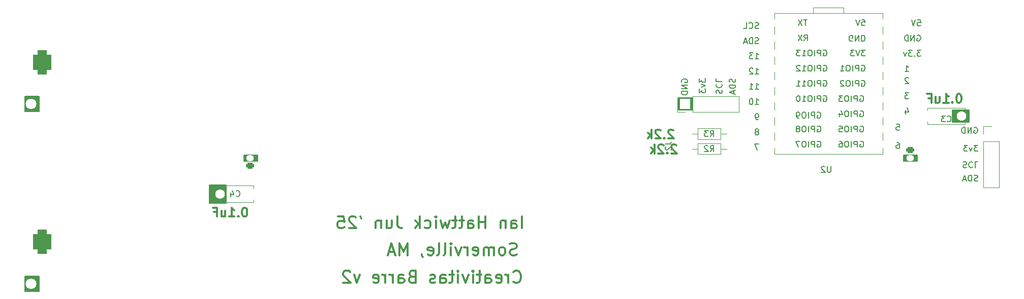
<source format=gbo>
G04 #@! TF.GenerationSoftware,KiCad,Pcbnew,8.0.7*
G04 #@! TF.CreationDate,2025-07-02T22:20:04-04:00*
G04 #@! TF.ProjectId,Sum25_GTR,53756d32-355f-4475-9452-2e6b69636164,rev?*
G04 #@! TF.SameCoordinates,Original*
G04 #@! TF.FileFunction,Legend,Bot*
G04 #@! TF.FilePolarity,Positive*
%FSLAX46Y46*%
G04 Gerber Fmt 4.6, Leading zero omitted, Abs format (unit mm)*
G04 Created by KiCad (PCBNEW 8.0.7) date 2025-07-02 22:20:04*
%MOMM*%
%LPD*%
G01*
G04 APERTURE LIST*
G04 Aperture macros list*
%AMRoundRect*
0 Rectangle with rounded corners*
0 $1 Rounding radius*
0 $2 $3 $4 $5 $6 $7 $8 $9 X,Y pos of 4 corners*
0 Add a 4 corners polygon primitive as box body*
4,1,4,$2,$3,$4,$5,$6,$7,$8,$9,$2,$3,0*
0 Add four circle primitives for the rounded corners*
1,1,$1+$1,$2,$3*
1,1,$1+$1,$4,$5*
1,1,$1+$1,$6,$7*
1,1,$1+$1,$8,$9*
0 Add four rect primitives between the rounded corners*
20,1,$1+$1,$2,$3,$4,$5,0*
20,1,$1+$1,$4,$5,$6,$7,0*
20,1,$1+$1,$6,$7,$8,$9,0*
20,1,$1+$1,$8,$9,$2,$3,0*%
%AMFreePoly0*
4,1,11,0.558779,3.080902,0.595106,3.030902,0.600000,3.000000,0.600000,-1.000000,-0.600000,-1.000000,-0.600000,3.000000,-0.580902,3.058779,-0.530902,3.095106,-0.500000,3.100000,0.500000,3.100000,0.558779,3.080902,0.558779,3.080902,$1*%
G04 Aperture macros list end*
%ADD10C,0.200000*%
%ADD11C,0.150000*%
%ADD12C,0.300000*%
%ADD13C,0.120000*%
%ADD14C,3.200000*%
%ADD15R,1.800000X1.800000*%
%ADD16C,1.800000*%
%ADD17RoundRect,0.750000X0.750000X-1.250000X0.750000X1.250000X-0.750000X1.250000X-0.750000X-1.250000X0*%
%ADD18RoundRect,0.249900X0.400100X-0.275100X0.400100X0.275100X-0.400100X0.275100X-0.400100X-0.275100X0*%
%ADD19O,1.300000X1.050000*%
%ADD20RoundRect,0.249900X-0.400100X0.275100X-0.400100X-0.275100X0.400100X-0.275100X0.400100X0.275100X0*%
%ADD21C,11.000000*%
%ADD22C,6.800000*%
%ADD23C,1.600000*%
%ADD24R,1.700000X1.700000*%
%ADD25O,1.700000X1.700000*%
%ADD26C,1.400000*%
%ADD27O,1.400000X1.400000*%
%ADD28FreePoly0,270.000000*%
%ADD29FreePoly0,90.000000*%
G04 APERTURE END LIST*
D10*
X60500000Y-113730000D02*
X62897000Y-113730000D01*
X62897000Y-116270000D01*
X60500000Y-116270000D01*
X60500000Y-113730000D01*
G36*
X60500000Y-113730000D02*
G01*
X62897000Y-113730000D01*
X62897000Y-116270000D01*
X60500000Y-116270000D01*
X60500000Y-113730000D01*
G37*
X215000000Y-85980000D02*
X217794000Y-85980000D01*
X217794000Y-88020000D01*
X215000000Y-88020000D01*
X215000000Y-85980000D01*
G36*
X215000000Y-85980000D02*
G01*
X217794000Y-85980000D01*
X217794000Y-88020000D01*
X215000000Y-88020000D01*
X215000000Y-85980000D01*
G37*
X91206000Y-98500000D02*
X94000000Y-98500000D01*
X94000000Y-101540000D01*
X91206000Y-101540000D01*
X91206000Y-98500000D01*
G36*
X91206000Y-98500000D02*
G01*
X94000000Y-98500000D01*
X94000000Y-101540000D01*
X91206000Y-101540000D01*
X91206000Y-98500000D01*
G37*
X97000000Y-93480000D02*
X99294000Y-93480000D01*
X99294000Y-94520000D01*
X97000000Y-94520000D01*
X97000000Y-93480000D01*
G36*
X97000000Y-93480000D02*
G01*
X99294000Y-93480000D01*
X99294000Y-94520000D01*
X97000000Y-94520000D01*
X97000000Y-93480000D01*
G37*
X169301500Y-83960000D02*
X171698500Y-83960000D01*
X171698500Y-86000000D01*
X169301500Y-86000000D01*
X169301500Y-83960000D01*
G36*
X169301500Y-83960000D02*
G01*
X171698500Y-83960000D01*
X171698500Y-86000000D01*
X169301500Y-86000000D01*
X169301500Y-83960000D01*
G37*
X206853000Y-93480000D02*
X209147000Y-93480000D01*
X209147000Y-94520000D01*
X206853000Y-94520000D01*
X206853000Y-93480000D01*
G36*
X206853000Y-93480000D02*
G01*
X209147000Y-93480000D01*
X209147000Y-94520000D01*
X206853000Y-94520000D01*
X206853000Y-93480000D01*
G37*
X60500000Y-83730000D02*
X62897000Y-83730000D01*
X62897000Y-86270000D01*
X60500000Y-86270000D01*
X60500000Y-83730000D01*
G36*
X60500000Y-83730000D02*
G01*
X62897000Y-83730000D01*
X62897000Y-86270000D01*
X60500000Y-86270000D01*
X60500000Y-83730000D01*
G37*
D11*
X172869819Y-80741541D02*
X172869819Y-81360588D01*
X172869819Y-81360588D02*
X173250771Y-81027255D01*
X173250771Y-81027255D02*
X173250771Y-81170112D01*
X173250771Y-81170112D02*
X173298390Y-81265350D01*
X173298390Y-81265350D02*
X173346009Y-81312969D01*
X173346009Y-81312969D02*
X173441247Y-81360588D01*
X173441247Y-81360588D02*
X173679342Y-81360588D01*
X173679342Y-81360588D02*
X173774580Y-81312969D01*
X173774580Y-81312969D02*
X173822200Y-81265350D01*
X173822200Y-81265350D02*
X173869819Y-81170112D01*
X173869819Y-81170112D02*
X173869819Y-80884398D01*
X173869819Y-80884398D02*
X173822200Y-80789160D01*
X173822200Y-80789160D02*
X173774580Y-80741541D01*
X173203152Y-81693922D02*
X173869819Y-81932017D01*
X173869819Y-81932017D02*
X173203152Y-82170112D01*
X172869819Y-82455827D02*
X172869819Y-83074874D01*
X172869819Y-83074874D02*
X173250771Y-82741541D01*
X173250771Y-82741541D02*
X173250771Y-82884398D01*
X173250771Y-82884398D02*
X173298390Y-82979636D01*
X173298390Y-82979636D02*
X173346009Y-83027255D01*
X173346009Y-83027255D02*
X173441247Y-83074874D01*
X173441247Y-83074874D02*
X173679342Y-83074874D01*
X173679342Y-83074874D02*
X173774580Y-83027255D01*
X173774580Y-83027255D02*
X173822200Y-82979636D01*
X173822200Y-82979636D02*
X173869819Y-82884398D01*
X173869819Y-82884398D02*
X173869819Y-82598684D01*
X173869819Y-82598684D02*
X173822200Y-82503446D01*
X173822200Y-82503446D02*
X173774580Y-82455827D01*
X218639411Y-88917438D02*
X218734649Y-88869819D01*
X218734649Y-88869819D02*
X218877506Y-88869819D01*
X218877506Y-88869819D02*
X219020363Y-88917438D01*
X219020363Y-88917438D02*
X219115601Y-89012676D01*
X219115601Y-89012676D02*
X219163220Y-89107914D01*
X219163220Y-89107914D02*
X219210839Y-89298390D01*
X219210839Y-89298390D02*
X219210839Y-89441247D01*
X219210839Y-89441247D02*
X219163220Y-89631723D01*
X219163220Y-89631723D02*
X219115601Y-89726961D01*
X219115601Y-89726961D02*
X219020363Y-89822200D01*
X219020363Y-89822200D02*
X218877506Y-89869819D01*
X218877506Y-89869819D02*
X218782268Y-89869819D01*
X218782268Y-89869819D02*
X218639411Y-89822200D01*
X218639411Y-89822200D02*
X218591792Y-89774580D01*
X218591792Y-89774580D02*
X218591792Y-89441247D01*
X218591792Y-89441247D02*
X218782268Y-89441247D01*
X218163220Y-89869819D02*
X218163220Y-88869819D01*
X218163220Y-88869819D02*
X217591792Y-89869819D01*
X217591792Y-89869819D02*
X217591792Y-88869819D01*
X217115601Y-89869819D02*
X217115601Y-88869819D01*
X217115601Y-88869819D02*
X216877506Y-88869819D01*
X216877506Y-88869819D02*
X216734649Y-88917438D01*
X216734649Y-88917438D02*
X216639411Y-89012676D01*
X216639411Y-89012676D02*
X216591792Y-89107914D01*
X216591792Y-89107914D02*
X216544173Y-89298390D01*
X216544173Y-89298390D02*
X216544173Y-89441247D01*
X216544173Y-89441247D02*
X216591792Y-89631723D01*
X216591792Y-89631723D02*
X216639411Y-89726961D01*
X216639411Y-89726961D02*
X216734649Y-89822200D01*
X216734649Y-89822200D02*
X216877506Y-89869819D01*
X216877506Y-89869819D02*
X217115601Y-89869819D01*
X207678839Y-80657057D02*
X207631220Y-80609438D01*
X207631220Y-80609438D02*
X207535982Y-80561819D01*
X207535982Y-80561819D02*
X207297887Y-80561819D01*
X207297887Y-80561819D02*
X207202649Y-80609438D01*
X207202649Y-80609438D02*
X207155030Y-80657057D01*
X207155030Y-80657057D02*
X207107411Y-80752295D01*
X207107411Y-80752295D02*
X207107411Y-80847533D01*
X207107411Y-80847533D02*
X207155030Y-80990390D01*
X207155030Y-80990390D02*
X207726458Y-81561819D01*
X207726458Y-81561819D02*
X207107411Y-81561819D01*
X216789160Y-94677800D02*
X216932017Y-94630180D01*
X216932017Y-94630180D02*
X217170112Y-94630180D01*
X217170112Y-94630180D02*
X217265350Y-94677800D01*
X217265350Y-94677800D02*
X217312969Y-94725419D01*
X217312969Y-94725419D02*
X217360588Y-94820657D01*
X217360588Y-94820657D02*
X217360588Y-94915895D01*
X217360588Y-94915895D02*
X217312969Y-95011133D01*
X217312969Y-95011133D02*
X217265350Y-95058752D01*
X217265350Y-95058752D02*
X217170112Y-95106371D01*
X217170112Y-95106371D02*
X216979636Y-95153990D01*
X216979636Y-95153990D02*
X216884398Y-95201609D01*
X216884398Y-95201609D02*
X216836779Y-95249228D01*
X216836779Y-95249228D02*
X216789160Y-95344466D01*
X216789160Y-95344466D02*
X216789160Y-95439704D01*
X216789160Y-95439704D02*
X216836779Y-95534942D01*
X216836779Y-95534942D02*
X216884398Y-95582561D01*
X216884398Y-95582561D02*
X216979636Y-95630180D01*
X216979636Y-95630180D02*
X217217731Y-95630180D01*
X217217731Y-95630180D02*
X217360588Y-95582561D01*
X218360588Y-94725419D02*
X218312969Y-94677800D01*
X218312969Y-94677800D02*
X218170112Y-94630180D01*
X218170112Y-94630180D02*
X218074874Y-94630180D01*
X218074874Y-94630180D02*
X217932017Y-94677800D01*
X217932017Y-94677800D02*
X217836779Y-94773038D01*
X217836779Y-94773038D02*
X217789160Y-94868276D01*
X217789160Y-94868276D02*
X217741541Y-95058752D01*
X217741541Y-95058752D02*
X217741541Y-95201609D01*
X217741541Y-95201609D02*
X217789160Y-95392085D01*
X217789160Y-95392085D02*
X217836779Y-95487323D01*
X217836779Y-95487323D02*
X217932017Y-95582561D01*
X217932017Y-95582561D02*
X218074874Y-95630180D01*
X218074874Y-95630180D02*
X218170112Y-95630180D01*
X218170112Y-95630180D02*
X218312969Y-95582561D01*
X218312969Y-95582561D02*
X218360588Y-95534942D01*
X219265350Y-94630180D02*
X218789160Y-94630180D01*
X218789160Y-94630180D02*
X218789160Y-95630180D01*
D12*
X143326441Y-105739638D02*
X143326441Y-103739638D01*
X141516917Y-105739638D02*
X141516917Y-104692019D01*
X141516917Y-104692019D02*
X141612155Y-104501542D01*
X141612155Y-104501542D02*
X141802631Y-104406304D01*
X141802631Y-104406304D02*
X142183584Y-104406304D01*
X142183584Y-104406304D02*
X142374060Y-104501542D01*
X141516917Y-105644400D02*
X141707393Y-105739638D01*
X141707393Y-105739638D02*
X142183584Y-105739638D01*
X142183584Y-105739638D02*
X142374060Y-105644400D01*
X142374060Y-105644400D02*
X142469298Y-105453923D01*
X142469298Y-105453923D02*
X142469298Y-105263447D01*
X142469298Y-105263447D02*
X142374060Y-105072971D01*
X142374060Y-105072971D02*
X142183584Y-104977733D01*
X142183584Y-104977733D02*
X141707393Y-104977733D01*
X141707393Y-104977733D02*
X141516917Y-104882495D01*
X140564536Y-104406304D02*
X140564536Y-105739638D01*
X140564536Y-104596780D02*
X140469298Y-104501542D01*
X140469298Y-104501542D02*
X140278822Y-104406304D01*
X140278822Y-104406304D02*
X139993107Y-104406304D01*
X139993107Y-104406304D02*
X139802631Y-104501542D01*
X139802631Y-104501542D02*
X139707393Y-104692019D01*
X139707393Y-104692019D02*
X139707393Y-105739638D01*
X137231202Y-105739638D02*
X137231202Y-103739638D01*
X137231202Y-104692019D02*
X136088345Y-104692019D01*
X136088345Y-105739638D02*
X136088345Y-103739638D01*
X134278821Y-105739638D02*
X134278821Y-104692019D01*
X134278821Y-104692019D02*
X134374059Y-104501542D01*
X134374059Y-104501542D02*
X134564535Y-104406304D01*
X134564535Y-104406304D02*
X134945488Y-104406304D01*
X134945488Y-104406304D02*
X135135964Y-104501542D01*
X134278821Y-105644400D02*
X134469297Y-105739638D01*
X134469297Y-105739638D02*
X134945488Y-105739638D01*
X134945488Y-105739638D02*
X135135964Y-105644400D01*
X135135964Y-105644400D02*
X135231202Y-105453923D01*
X135231202Y-105453923D02*
X135231202Y-105263447D01*
X135231202Y-105263447D02*
X135135964Y-105072971D01*
X135135964Y-105072971D02*
X134945488Y-104977733D01*
X134945488Y-104977733D02*
X134469297Y-104977733D01*
X134469297Y-104977733D02*
X134278821Y-104882495D01*
X133612154Y-104406304D02*
X132850250Y-104406304D01*
X133326440Y-103739638D02*
X133326440Y-105453923D01*
X133326440Y-105453923D02*
X133231202Y-105644400D01*
X133231202Y-105644400D02*
X133040726Y-105739638D01*
X133040726Y-105739638D02*
X132850250Y-105739638D01*
X132469297Y-104406304D02*
X131707393Y-104406304D01*
X132183583Y-103739638D02*
X132183583Y-105453923D01*
X132183583Y-105453923D02*
X132088345Y-105644400D01*
X132088345Y-105644400D02*
X131897869Y-105739638D01*
X131897869Y-105739638D02*
X131707393Y-105739638D01*
X131231202Y-104406304D02*
X130850250Y-105739638D01*
X130850250Y-105739638D02*
X130469297Y-104787257D01*
X130469297Y-104787257D02*
X130088345Y-105739638D01*
X130088345Y-105739638D02*
X129707393Y-104406304D01*
X128945488Y-105739638D02*
X128945488Y-104406304D01*
X128945488Y-103739638D02*
X129040726Y-103834876D01*
X129040726Y-103834876D02*
X128945488Y-103930114D01*
X128945488Y-103930114D02*
X128850250Y-103834876D01*
X128850250Y-103834876D02*
X128945488Y-103739638D01*
X128945488Y-103739638D02*
X128945488Y-103930114D01*
X127135964Y-105644400D02*
X127326440Y-105739638D01*
X127326440Y-105739638D02*
X127707393Y-105739638D01*
X127707393Y-105739638D02*
X127897869Y-105644400D01*
X127897869Y-105644400D02*
X127993107Y-105549161D01*
X127993107Y-105549161D02*
X128088345Y-105358685D01*
X128088345Y-105358685D02*
X128088345Y-104787257D01*
X128088345Y-104787257D02*
X127993107Y-104596780D01*
X127993107Y-104596780D02*
X127897869Y-104501542D01*
X127897869Y-104501542D02*
X127707393Y-104406304D01*
X127707393Y-104406304D02*
X127326440Y-104406304D01*
X127326440Y-104406304D02*
X127135964Y-104501542D01*
X126278821Y-105739638D02*
X126278821Y-103739638D01*
X126088345Y-104977733D02*
X125516916Y-105739638D01*
X125516916Y-104406304D02*
X126278821Y-105168209D01*
X122564534Y-103739638D02*
X122564534Y-105168209D01*
X122564534Y-105168209D02*
X122659773Y-105453923D01*
X122659773Y-105453923D02*
X122850249Y-105644400D01*
X122850249Y-105644400D02*
X123135963Y-105739638D01*
X123135963Y-105739638D02*
X123326439Y-105739638D01*
X120755010Y-104406304D02*
X120755010Y-105739638D01*
X121612153Y-104406304D02*
X121612153Y-105453923D01*
X121612153Y-105453923D02*
X121516915Y-105644400D01*
X121516915Y-105644400D02*
X121326439Y-105739638D01*
X121326439Y-105739638D02*
X121040724Y-105739638D01*
X121040724Y-105739638D02*
X120850248Y-105644400D01*
X120850248Y-105644400D02*
X120755010Y-105549161D01*
X119802629Y-104406304D02*
X119802629Y-105739638D01*
X119802629Y-104596780D02*
X119707391Y-104501542D01*
X119707391Y-104501542D02*
X119516915Y-104406304D01*
X119516915Y-104406304D02*
X119231200Y-104406304D01*
X119231200Y-104406304D02*
X119040724Y-104501542D01*
X119040724Y-104501542D02*
X118945486Y-104692019D01*
X118945486Y-104692019D02*
X118945486Y-105739638D01*
X116374057Y-103739638D02*
X116564533Y-104120590D01*
X115612152Y-103930114D02*
X115516914Y-103834876D01*
X115516914Y-103834876D02*
X115326438Y-103739638D01*
X115326438Y-103739638D02*
X114850247Y-103739638D01*
X114850247Y-103739638D02*
X114659771Y-103834876D01*
X114659771Y-103834876D02*
X114564533Y-103930114D01*
X114564533Y-103930114D02*
X114469295Y-104120590D01*
X114469295Y-104120590D02*
X114469295Y-104311066D01*
X114469295Y-104311066D02*
X114564533Y-104596780D01*
X114564533Y-104596780D02*
X115707390Y-105739638D01*
X115707390Y-105739638D02*
X114469295Y-105739638D01*
X112659771Y-103739638D02*
X113612152Y-103739638D01*
X113612152Y-103739638D02*
X113707390Y-104692019D01*
X113707390Y-104692019D02*
X113612152Y-104596780D01*
X113612152Y-104596780D02*
X113421676Y-104501542D01*
X113421676Y-104501542D02*
X112945485Y-104501542D01*
X112945485Y-104501542D02*
X112755009Y-104596780D01*
X112755009Y-104596780D02*
X112659771Y-104692019D01*
X112659771Y-104692019D02*
X112564533Y-104882495D01*
X112564533Y-104882495D02*
X112564533Y-105358685D01*
X112564533Y-105358685D02*
X112659771Y-105549161D01*
X112659771Y-105549161D02*
X112755009Y-105644400D01*
X112755009Y-105644400D02*
X112945485Y-105739638D01*
X112945485Y-105739638D02*
X113421676Y-105739638D01*
X113421676Y-105739638D02*
X113612152Y-105644400D01*
X113612152Y-105644400D02*
X113707390Y-105549161D01*
D11*
X219258458Y-91869819D02*
X218639411Y-91869819D01*
X218639411Y-91869819D02*
X218972744Y-92250771D01*
X218972744Y-92250771D02*
X218829887Y-92250771D01*
X218829887Y-92250771D02*
X218734649Y-92298390D01*
X218734649Y-92298390D02*
X218687030Y-92346009D01*
X218687030Y-92346009D02*
X218639411Y-92441247D01*
X218639411Y-92441247D02*
X218639411Y-92679342D01*
X218639411Y-92679342D02*
X218687030Y-92774580D01*
X218687030Y-92774580D02*
X218734649Y-92822200D01*
X218734649Y-92822200D02*
X218829887Y-92869819D01*
X218829887Y-92869819D02*
X219115601Y-92869819D01*
X219115601Y-92869819D02*
X219210839Y-92822200D01*
X219210839Y-92822200D02*
X219258458Y-92774580D01*
X218306077Y-92203152D02*
X218067982Y-92869819D01*
X218067982Y-92869819D02*
X217829887Y-92203152D01*
X217544172Y-91869819D02*
X216925125Y-91869819D01*
X216925125Y-91869819D02*
X217258458Y-92250771D01*
X217258458Y-92250771D02*
X217115601Y-92250771D01*
X217115601Y-92250771D02*
X217020363Y-92298390D01*
X217020363Y-92298390D02*
X216972744Y-92346009D01*
X216972744Y-92346009D02*
X216925125Y-92441247D01*
X216925125Y-92441247D02*
X216925125Y-92679342D01*
X216925125Y-92679342D02*
X216972744Y-92774580D01*
X216972744Y-92774580D02*
X217020363Y-92822200D01*
X217020363Y-92822200D02*
X217115601Y-92869819D01*
X217115601Y-92869819D02*
X217401315Y-92869819D01*
X217401315Y-92869819D02*
X217496553Y-92822200D01*
X217496553Y-92822200D02*
X217544172Y-92774580D01*
X182710839Y-74862200D02*
X182567982Y-74909819D01*
X182567982Y-74909819D02*
X182329887Y-74909819D01*
X182329887Y-74909819D02*
X182234649Y-74862200D01*
X182234649Y-74862200D02*
X182187030Y-74814580D01*
X182187030Y-74814580D02*
X182139411Y-74719342D01*
X182139411Y-74719342D02*
X182139411Y-74624104D01*
X182139411Y-74624104D02*
X182187030Y-74528866D01*
X182187030Y-74528866D02*
X182234649Y-74481247D01*
X182234649Y-74481247D02*
X182329887Y-74433628D01*
X182329887Y-74433628D02*
X182520363Y-74386009D01*
X182520363Y-74386009D02*
X182615601Y-74338390D01*
X182615601Y-74338390D02*
X182663220Y-74290771D01*
X182663220Y-74290771D02*
X182710839Y-74195533D01*
X182710839Y-74195533D02*
X182710839Y-74100295D01*
X182710839Y-74100295D02*
X182663220Y-74005057D01*
X182663220Y-74005057D02*
X182615601Y-73957438D01*
X182615601Y-73957438D02*
X182520363Y-73909819D01*
X182520363Y-73909819D02*
X182282268Y-73909819D01*
X182282268Y-73909819D02*
X182139411Y-73957438D01*
X181710839Y-74909819D02*
X181710839Y-73909819D01*
X181710839Y-73909819D02*
X181472744Y-73909819D01*
X181472744Y-73909819D02*
X181329887Y-73957438D01*
X181329887Y-73957438D02*
X181234649Y-74052676D01*
X181234649Y-74052676D02*
X181187030Y-74147914D01*
X181187030Y-74147914D02*
X181139411Y-74338390D01*
X181139411Y-74338390D02*
X181139411Y-74481247D01*
X181139411Y-74481247D02*
X181187030Y-74671723D01*
X181187030Y-74671723D02*
X181234649Y-74766961D01*
X181234649Y-74766961D02*
X181329887Y-74862200D01*
X181329887Y-74862200D02*
X181472744Y-74909819D01*
X181472744Y-74909819D02*
X181710839Y-74909819D01*
X180758458Y-74624104D02*
X180282268Y-74624104D01*
X180853696Y-74909819D02*
X180520363Y-73909819D01*
X180520363Y-73909819D02*
X180187030Y-74909819D01*
X207202649Y-85975152D02*
X207202649Y-86641819D01*
X207440744Y-85594200D02*
X207678839Y-86308485D01*
X207678839Y-86308485D02*
X207059792Y-86308485D01*
D12*
X142421679Y-110144400D02*
X142135965Y-110239638D01*
X142135965Y-110239638D02*
X141659774Y-110239638D01*
X141659774Y-110239638D02*
X141469298Y-110144400D01*
X141469298Y-110144400D02*
X141374060Y-110049161D01*
X141374060Y-110049161D02*
X141278822Y-109858685D01*
X141278822Y-109858685D02*
X141278822Y-109668209D01*
X141278822Y-109668209D02*
X141374060Y-109477733D01*
X141374060Y-109477733D02*
X141469298Y-109382495D01*
X141469298Y-109382495D02*
X141659774Y-109287257D01*
X141659774Y-109287257D02*
X142040727Y-109192019D01*
X142040727Y-109192019D02*
X142231203Y-109096780D01*
X142231203Y-109096780D02*
X142326441Y-109001542D01*
X142326441Y-109001542D02*
X142421679Y-108811066D01*
X142421679Y-108811066D02*
X142421679Y-108620590D01*
X142421679Y-108620590D02*
X142326441Y-108430114D01*
X142326441Y-108430114D02*
X142231203Y-108334876D01*
X142231203Y-108334876D02*
X142040727Y-108239638D01*
X142040727Y-108239638D02*
X141564536Y-108239638D01*
X141564536Y-108239638D02*
X141278822Y-108334876D01*
X140135965Y-110239638D02*
X140326441Y-110144400D01*
X140326441Y-110144400D02*
X140421679Y-110049161D01*
X140421679Y-110049161D02*
X140516917Y-109858685D01*
X140516917Y-109858685D02*
X140516917Y-109287257D01*
X140516917Y-109287257D02*
X140421679Y-109096780D01*
X140421679Y-109096780D02*
X140326441Y-109001542D01*
X140326441Y-109001542D02*
X140135965Y-108906304D01*
X140135965Y-108906304D02*
X139850250Y-108906304D01*
X139850250Y-108906304D02*
X139659774Y-109001542D01*
X139659774Y-109001542D02*
X139564536Y-109096780D01*
X139564536Y-109096780D02*
X139469298Y-109287257D01*
X139469298Y-109287257D02*
X139469298Y-109858685D01*
X139469298Y-109858685D02*
X139564536Y-110049161D01*
X139564536Y-110049161D02*
X139659774Y-110144400D01*
X139659774Y-110144400D02*
X139850250Y-110239638D01*
X139850250Y-110239638D02*
X140135965Y-110239638D01*
X138612155Y-110239638D02*
X138612155Y-108906304D01*
X138612155Y-109096780D02*
X138516917Y-109001542D01*
X138516917Y-109001542D02*
X138326441Y-108906304D01*
X138326441Y-108906304D02*
X138040726Y-108906304D01*
X138040726Y-108906304D02*
X137850250Y-109001542D01*
X137850250Y-109001542D02*
X137755012Y-109192019D01*
X137755012Y-109192019D02*
X137755012Y-110239638D01*
X137755012Y-109192019D02*
X137659774Y-109001542D01*
X137659774Y-109001542D02*
X137469298Y-108906304D01*
X137469298Y-108906304D02*
X137183584Y-108906304D01*
X137183584Y-108906304D02*
X136993107Y-109001542D01*
X136993107Y-109001542D02*
X136897869Y-109192019D01*
X136897869Y-109192019D02*
X136897869Y-110239638D01*
X135183583Y-110144400D02*
X135374059Y-110239638D01*
X135374059Y-110239638D02*
X135755012Y-110239638D01*
X135755012Y-110239638D02*
X135945488Y-110144400D01*
X135945488Y-110144400D02*
X136040726Y-109953923D01*
X136040726Y-109953923D02*
X136040726Y-109192019D01*
X136040726Y-109192019D02*
X135945488Y-109001542D01*
X135945488Y-109001542D02*
X135755012Y-108906304D01*
X135755012Y-108906304D02*
X135374059Y-108906304D01*
X135374059Y-108906304D02*
X135183583Y-109001542D01*
X135183583Y-109001542D02*
X135088345Y-109192019D01*
X135088345Y-109192019D02*
X135088345Y-109382495D01*
X135088345Y-109382495D02*
X136040726Y-109572971D01*
X134231202Y-110239638D02*
X134231202Y-108906304D01*
X134231202Y-109287257D02*
X134135964Y-109096780D01*
X134135964Y-109096780D02*
X134040726Y-109001542D01*
X134040726Y-109001542D02*
X133850250Y-108906304D01*
X133850250Y-108906304D02*
X133659773Y-108906304D01*
X133183583Y-108906304D02*
X132707393Y-110239638D01*
X132707393Y-110239638D02*
X132231202Y-108906304D01*
X131469297Y-110239638D02*
X131469297Y-108906304D01*
X131469297Y-108239638D02*
X131564535Y-108334876D01*
X131564535Y-108334876D02*
X131469297Y-108430114D01*
X131469297Y-108430114D02*
X131374059Y-108334876D01*
X131374059Y-108334876D02*
X131469297Y-108239638D01*
X131469297Y-108239638D02*
X131469297Y-108430114D01*
X130231202Y-110239638D02*
X130421678Y-110144400D01*
X130421678Y-110144400D02*
X130516916Y-109953923D01*
X130516916Y-109953923D02*
X130516916Y-108239638D01*
X129183583Y-110239638D02*
X129374059Y-110144400D01*
X129374059Y-110144400D02*
X129469297Y-109953923D01*
X129469297Y-109953923D02*
X129469297Y-108239638D01*
X127659773Y-110144400D02*
X127850249Y-110239638D01*
X127850249Y-110239638D02*
X128231202Y-110239638D01*
X128231202Y-110239638D02*
X128421678Y-110144400D01*
X128421678Y-110144400D02*
X128516916Y-109953923D01*
X128516916Y-109953923D02*
X128516916Y-109192019D01*
X128516916Y-109192019D02*
X128421678Y-109001542D01*
X128421678Y-109001542D02*
X128231202Y-108906304D01*
X128231202Y-108906304D02*
X127850249Y-108906304D01*
X127850249Y-108906304D02*
X127659773Y-109001542D01*
X127659773Y-109001542D02*
X127564535Y-109192019D01*
X127564535Y-109192019D02*
X127564535Y-109382495D01*
X127564535Y-109382495D02*
X128516916Y-109572971D01*
X126612154Y-110144400D02*
X126612154Y-110239638D01*
X126612154Y-110239638D02*
X126707392Y-110430114D01*
X126707392Y-110430114D02*
X126802630Y-110525352D01*
X124231201Y-110239638D02*
X124231201Y-108239638D01*
X124231201Y-108239638D02*
X123564534Y-109668209D01*
X123564534Y-109668209D02*
X122897868Y-108239638D01*
X122897868Y-108239638D02*
X122897868Y-110239638D01*
X122040725Y-109668209D02*
X121088344Y-109668209D01*
X122231201Y-110239638D02*
X121564535Y-108239638D01*
X121564535Y-108239638D02*
X120897868Y-110239638D01*
D11*
X207726458Y-83101819D02*
X207107411Y-83101819D01*
X207107411Y-83101819D02*
X207440744Y-83482771D01*
X207440744Y-83482771D02*
X207297887Y-83482771D01*
X207297887Y-83482771D02*
X207202649Y-83530390D01*
X207202649Y-83530390D02*
X207155030Y-83578009D01*
X207155030Y-83578009D02*
X207107411Y-83673247D01*
X207107411Y-83673247D02*
X207107411Y-83911342D01*
X207107411Y-83911342D02*
X207155030Y-84006580D01*
X207155030Y-84006580D02*
X207202649Y-84054200D01*
X207202649Y-84054200D02*
X207297887Y-84101819D01*
X207297887Y-84101819D02*
X207583601Y-84101819D01*
X207583601Y-84101819D02*
X207678839Y-84054200D01*
X207678839Y-84054200D02*
X207726458Y-84006580D01*
D12*
X169016917Y-91903685D02*
X168945489Y-91832257D01*
X168945489Y-91832257D02*
X168802632Y-91760828D01*
X168802632Y-91760828D02*
X168445489Y-91760828D01*
X168445489Y-91760828D02*
X168302632Y-91832257D01*
X168302632Y-91832257D02*
X168231203Y-91903685D01*
X168231203Y-91903685D02*
X168159774Y-92046542D01*
X168159774Y-92046542D02*
X168159774Y-92189400D01*
X168159774Y-92189400D02*
X168231203Y-92403685D01*
X168231203Y-92403685D02*
X169088346Y-93260828D01*
X169088346Y-93260828D02*
X168159774Y-93260828D01*
X167516918Y-93117971D02*
X167445489Y-93189400D01*
X167445489Y-93189400D02*
X167516918Y-93260828D01*
X167516918Y-93260828D02*
X167588346Y-93189400D01*
X167588346Y-93189400D02*
X167516918Y-93117971D01*
X167516918Y-93117971D02*
X167516918Y-93260828D01*
X166874060Y-91903685D02*
X166802632Y-91832257D01*
X166802632Y-91832257D02*
X166659775Y-91760828D01*
X166659775Y-91760828D02*
X166302632Y-91760828D01*
X166302632Y-91760828D02*
X166159775Y-91832257D01*
X166159775Y-91832257D02*
X166088346Y-91903685D01*
X166088346Y-91903685D02*
X166016917Y-92046542D01*
X166016917Y-92046542D02*
X166016917Y-92189400D01*
X166016917Y-92189400D02*
X166088346Y-92403685D01*
X166088346Y-92403685D02*
X166945489Y-93260828D01*
X166945489Y-93260828D02*
X166016917Y-93260828D01*
X165374061Y-93260828D02*
X165374061Y-91760828D01*
X165231204Y-92689400D02*
X164802632Y-93260828D01*
X164802632Y-92260828D02*
X165374061Y-92832257D01*
D11*
X209187030Y-70909819D02*
X209663220Y-70909819D01*
X209663220Y-70909819D02*
X209710839Y-71386009D01*
X209710839Y-71386009D02*
X209663220Y-71338390D01*
X209663220Y-71338390D02*
X209567982Y-71290771D01*
X209567982Y-71290771D02*
X209329887Y-71290771D01*
X209329887Y-71290771D02*
X209234649Y-71338390D01*
X209234649Y-71338390D02*
X209187030Y-71386009D01*
X209187030Y-71386009D02*
X209139411Y-71481247D01*
X209139411Y-71481247D02*
X209139411Y-71719342D01*
X209139411Y-71719342D02*
X209187030Y-71814580D01*
X209187030Y-71814580D02*
X209234649Y-71862200D01*
X209234649Y-71862200D02*
X209329887Y-71909819D01*
X209329887Y-71909819D02*
X209567982Y-71909819D01*
X209567982Y-71909819D02*
X209663220Y-71862200D01*
X209663220Y-71862200D02*
X209710839Y-71814580D01*
X208853696Y-70909819D02*
X208520363Y-71909819D01*
X208520363Y-71909819D02*
X208187030Y-70909819D01*
D12*
X97159774Y-102300828D02*
X97016917Y-102300828D01*
X97016917Y-102300828D02*
X96874060Y-102372257D01*
X96874060Y-102372257D02*
X96802632Y-102443685D01*
X96802632Y-102443685D02*
X96731203Y-102586542D01*
X96731203Y-102586542D02*
X96659774Y-102872257D01*
X96659774Y-102872257D02*
X96659774Y-103229400D01*
X96659774Y-103229400D02*
X96731203Y-103515114D01*
X96731203Y-103515114D02*
X96802632Y-103657971D01*
X96802632Y-103657971D02*
X96874060Y-103729400D01*
X96874060Y-103729400D02*
X97016917Y-103800828D01*
X97016917Y-103800828D02*
X97159774Y-103800828D01*
X97159774Y-103800828D02*
X97302632Y-103729400D01*
X97302632Y-103729400D02*
X97374060Y-103657971D01*
X97374060Y-103657971D02*
X97445489Y-103515114D01*
X97445489Y-103515114D02*
X97516917Y-103229400D01*
X97516917Y-103229400D02*
X97516917Y-102872257D01*
X97516917Y-102872257D02*
X97445489Y-102586542D01*
X97445489Y-102586542D02*
X97374060Y-102443685D01*
X97374060Y-102443685D02*
X97302632Y-102372257D01*
X97302632Y-102372257D02*
X97159774Y-102300828D01*
X96016918Y-103657971D02*
X95945489Y-103729400D01*
X95945489Y-103729400D02*
X96016918Y-103800828D01*
X96016918Y-103800828D02*
X96088346Y-103729400D01*
X96088346Y-103729400D02*
X96016918Y-103657971D01*
X96016918Y-103657971D02*
X96016918Y-103800828D01*
X94516917Y-103800828D02*
X95374060Y-103800828D01*
X94945489Y-103800828D02*
X94945489Y-102300828D01*
X94945489Y-102300828D02*
X95088346Y-102515114D01*
X95088346Y-102515114D02*
X95231203Y-102657971D01*
X95231203Y-102657971D02*
X95374060Y-102729400D01*
X93231204Y-102800828D02*
X93231204Y-103800828D01*
X93874061Y-102800828D02*
X93874061Y-103586542D01*
X93874061Y-103586542D02*
X93802632Y-103729400D01*
X93802632Y-103729400D02*
X93659775Y-103800828D01*
X93659775Y-103800828D02*
X93445489Y-103800828D01*
X93445489Y-103800828D02*
X93302632Y-103729400D01*
X93302632Y-103729400D02*
X93231204Y-103657971D01*
X92016918Y-103015114D02*
X92516918Y-103015114D01*
X92516918Y-103800828D02*
X92516918Y-102300828D01*
X92516918Y-102300828D02*
X91802632Y-102300828D01*
D11*
X182139411Y-79989819D02*
X182710839Y-79989819D01*
X182425125Y-79989819D02*
X182425125Y-78989819D01*
X182425125Y-78989819D02*
X182520363Y-79132676D01*
X182520363Y-79132676D02*
X182615601Y-79227914D01*
X182615601Y-79227914D02*
X182710839Y-79275533D01*
X181758458Y-79085057D02*
X181710839Y-79037438D01*
X181710839Y-79037438D02*
X181615601Y-78989819D01*
X181615601Y-78989819D02*
X181377506Y-78989819D01*
X181377506Y-78989819D02*
X181282268Y-79037438D01*
X181282268Y-79037438D02*
X181234649Y-79085057D01*
X181234649Y-79085057D02*
X181187030Y-79180295D01*
X181187030Y-79180295D02*
X181187030Y-79275533D01*
X181187030Y-79275533D02*
X181234649Y-79418390D01*
X181234649Y-79418390D02*
X181806077Y-79989819D01*
X181806077Y-79989819D02*
X181187030Y-79989819D01*
X182147411Y-82529819D02*
X182718839Y-82529819D01*
X182433125Y-82529819D02*
X182433125Y-81529819D01*
X182433125Y-81529819D02*
X182528363Y-81672676D01*
X182528363Y-81672676D02*
X182623601Y-81767914D01*
X182623601Y-81767914D02*
X182718839Y-81815533D01*
X181195030Y-82529819D02*
X181766458Y-82529819D01*
X181480744Y-82529819D02*
X181480744Y-81529819D01*
X181480744Y-81529819D02*
X181575982Y-81672676D01*
X181575982Y-81672676D02*
X181671220Y-81767914D01*
X181671220Y-81767914D02*
X181766458Y-81815533D01*
X209139411Y-73497438D02*
X209234649Y-73449819D01*
X209234649Y-73449819D02*
X209377506Y-73449819D01*
X209377506Y-73449819D02*
X209520363Y-73497438D01*
X209520363Y-73497438D02*
X209615601Y-73592676D01*
X209615601Y-73592676D02*
X209663220Y-73687914D01*
X209663220Y-73687914D02*
X209710839Y-73878390D01*
X209710839Y-73878390D02*
X209710839Y-74021247D01*
X209710839Y-74021247D02*
X209663220Y-74211723D01*
X209663220Y-74211723D02*
X209615601Y-74306961D01*
X209615601Y-74306961D02*
X209520363Y-74402200D01*
X209520363Y-74402200D02*
X209377506Y-74449819D01*
X209377506Y-74449819D02*
X209282268Y-74449819D01*
X209282268Y-74449819D02*
X209139411Y-74402200D01*
X209139411Y-74402200D02*
X209091792Y-74354580D01*
X209091792Y-74354580D02*
X209091792Y-74021247D01*
X209091792Y-74021247D02*
X209282268Y-74021247D01*
X208663220Y-74449819D02*
X208663220Y-73449819D01*
X208663220Y-73449819D02*
X208091792Y-74449819D01*
X208091792Y-74449819D02*
X208091792Y-73449819D01*
X207615601Y-74449819D02*
X207615601Y-73449819D01*
X207615601Y-73449819D02*
X207377506Y-73449819D01*
X207377506Y-73449819D02*
X207234649Y-73497438D01*
X207234649Y-73497438D02*
X207139411Y-73592676D01*
X207139411Y-73592676D02*
X207091792Y-73687914D01*
X207091792Y-73687914D02*
X207044173Y-73878390D01*
X207044173Y-73878390D02*
X207044173Y-74021247D01*
X207044173Y-74021247D02*
X207091792Y-74211723D01*
X207091792Y-74211723D02*
X207139411Y-74306961D01*
X207139411Y-74306961D02*
X207234649Y-74402200D01*
X207234649Y-74402200D02*
X207377506Y-74449819D01*
X207377506Y-74449819D02*
X207615601Y-74449819D01*
X182139411Y-77449819D02*
X182710839Y-77449819D01*
X182425125Y-77449819D02*
X182425125Y-76449819D01*
X182425125Y-76449819D02*
X182520363Y-76592676D01*
X182520363Y-76592676D02*
X182615601Y-76687914D01*
X182615601Y-76687914D02*
X182710839Y-76735533D01*
X181806077Y-76449819D02*
X181187030Y-76449819D01*
X181187030Y-76449819D02*
X181520363Y-76830771D01*
X181520363Y-76830771D02*
X181377506Y-76830771D01*
X181377506Y-76830771D02*
X181282268Y-76878390D01*
X181282268Y-76878390D02*
X181234649Y-76926009D01*
X181234649Y-76926009D02*
X181187030Y-77021247D01*
X181187030Y-77021247D02*
X181187030Y-77259342D01*
X181187030Y-77259342D02*
X181234649Y-77354580D01*
X181234649Y-77354580D02*
X181282268Y-77402200D01*
X181282268Y-77402200D02*
X181377506Y-77449819D01*
X181377506Y-77449819D02*
X181663220Y-77449819D01*
X181663220Y-77449819D02*
X181758458Y-77402200D01*
X181758458Y-77402200D02*
X181806077Y-77354580D01*
X209758458Y-75989819D02*
X209139411Y-75989819D01*
X209139411Y-75989819D02*
X209472744Y-76370771D01*
X209472744Y-76370771D02*
X209329887Y-76370771D01*
X209329887Y-76370771D02*
X209234649Y-76418390D01*
X209234649Y-76418390D02*
X209187030Y-76466009D01*
X209187030Y-76466009D02*
X209139411Y-76561247D01*
X209139411Y-76561247D02*
X209139411Y-76799342D01*
X209139411Y-76799342D02*
X209187030Y-76894580D01*
X209187030Y-76894580D02*
X209234649Y-76942200D01*
X209234649Y-76942200D02*
X209329887Y-76989819D01*
X209329887Y-76989819D02*
X209615601Y-76989819D01*
X209615601Y-76989819D02*
X209710839Y-76942200D01*
X209710839Y-76942200D02*
X209758458Y-76894580D01*
X208710839Y-76894580D02*
X208663220Y-76942200D01*
X208663220Y-76942200D02*
X208710839Y-76989819D01*
X208710839Y-76989819D02*
X208758458Y-76942200D01*
X208758458Y-76942200D02*
X208710839Y-76894580D01*
X208710839Y-76894580D02*
X208710839Y-76989819D01*
X208329887Y-75989819D02*
X207710840Y-75989819D01*
X207710840Y-75989819D02*
X208044173Y-76370771D01*
X208044173Y-76370771D02*
X207901316Y-76370771D01*
X207901316Y-76370771D02*
X207806078Y-76418390D01*
X207806078Y-76418390D02*
X207758459Y-76466009D01*
X207758459Y-76466009D02*
X207710840Y-76561247D01*
X207710840Y-76561247D02*
X207710840Y-76799342D01*
X207710840Y-76799342D02*
X207758459Y-76894580D01*
X207758459Y-76894580D02*
X207806078Y-76942200D01*
X207806078Y-76942200D02*
X207901316Y-76989819D01*
X207901316Y-76989819D02*
X208187030Y-76989819D01*
X208187030Y-76989819D02*
X208282268Y-76942200D01*
X208282268Y-76942200D02*
X208329887Y-76894580D01*
X207377506Y-76323152D02*
X207139411Y-76989819D01*
X207139411Y-76989819D02*
X206901316Y-76323152D01*
X169917438Y-81360588D02*
X169869819Y-81265350D01*
X169869819Y-81265350D02*
X169869819Y-81122493D01*
X169869819Y-81122493D02*
X169917438Y-80979636D01*
X169917438Y-80979636D02*
X170012676Y-80884398D01*
X170012676Y-80884398D02*
X170107914Y-80836779D01*
X170107914Y-80836779D02*
X170298390Y-80789160D01*
X170298390Y-80789160D02*
X170441247Y-80789160D01*
X170441247Y-80789160D02*
X170631723Y-80836779D01*
X170631723Y-80836779D02*
X170726961Y-80884398D01*
X170726961Y-80884398D02*
X170822200Y-80979636D01*
X170822200Y-80979636D02*
X170869819Y-81122493D01*
X170869819Y-81122493D02*
X170869819Y-81217731D01*
X170869819Y-81217731D02*
X170822200Y-81360588D01*
X170822200Y-81360588D02*
X170774580Y-81408207D01*
X170774580Y-81408207D02*
X170441247Y-81408207D01*
X170441247Y-81408207D02*
X170441247Y-81217731D01*
X170869819Y-81836779D02*
X169869819Y-81836779D01*
X169869819Y-81836779D02*
X170869819Y-82408207D01*
X170869819Y-82408207D02*
X169869819Y-82408207D01*
X170869819Y-82884398D02*
X169869819Y-82884398D01*
X169869819Y-82884398D02*
X169869819Y-83122493D01*
X169869819Y-83122493D02*
X169917438Y-83265350D01*
X169917438Y-83265350D02*
X170012676Y-83360588D01*
X170012676Y-83360588D02*
X170107914Y-83408207D01*
X170107914Y-83408207D02*
X170298390Y-83455826D01*
X170298390Y-83455826D02*
X170441247Y-83455826D01*
X170441247Y-83455826D02*
X170631723Y-83408207D01*
X170631723Y-83408207D02*
X170726961Y-83360588D01*
X170726961Y-83360588D02*
X170822200Y-83265350D01*
X170822200Y-83265350D02*
X170869819Y-83122493D01*
X170869819Y-83122493D02*
X170869819Y-82884398D01*
X182710839Y-72322200D02*
X182567982Y-72369819D01*
X182567982Y-72369819D02*
X182329887Y-72369819D01*
X182329887Y-72369819D02*
X182234649Y-72322200D01*
X182234649Y-72322200D02*
X182187030Y-72274580D01*
X182187030Y-72274580D02*
X182139411Y-72179342D01*
X182139411Y-72179342D02*
X182139411Y-72084104D01*
X182139411Y-72084104D02*
X182187030Y-71988866D01*
X182187030Y-71988866D02*
X182234649Y-71941247D01*
X182234649Y-71941247D02*
X182329887Y-71893628D01*
X182329887Y-71893628D02*
X182520363Y-71846009D01*
X182520363Y-71846009D02*
X182615601Y-71798390D01*
X182615601Y-71798390D02*
X182663220Y-71750771D01*
X182663220Y-71750771D02*
X182710839Y-71655533D01*
X182710839Y-71655533D02*
X182710839Y-71560295D01*
X182710839Y-71560295D02*
X182663220Y-71465057D01*
X182663220Y-71465057D02*
X182615601Y-71417438D01*
X182615601Y-71417438D02*
X182520363Y-71369819D01*
X182520363Y-71369819D02*
X182282268Y-71369819D01*
X182282268Y-71369819D02*
X182139411Y-71417438D01*
X181139411Y-72274580D02*
X181187030Y-72322200D01*
X181187030Y-72322200D02*
X181329887Y-72369819D01*
X181329887Y-72369819D02*
X181425125Y-72369819D01*
X181425125Y-72369819D02*
X181567982Y-72322200D01*
X181567982Y-72322200D02*
X181663220Y-72226961D01*
X181663220Y-72226961D02*
X181710839Y-72131723D01*
X181710839Y-72131723D02*
X181758458Y-71941247D01*
X181758458Y-71941247D02*
X181758458Y-71798390D01*
X181758458Y-71798390D02*
X181710839Y-71607914D01*
X181710839Y-71607914D02*
X181663220Y-71512676D01*
X181663220Y-71512676D02*
X181567982Y-71417438D01*
X181567982Y-71417438D02*
X181425125Y-71369819D01*
X181425125Y-71369819D02*
X181329887Y-71369819D01*
X181329887Y-71369819D02*
X181187030Y-71417438D01*
X181187030Y-71417438D02*
X181139411Y-71465057D01*
X180234649Y-72369819D02*
X180710839Y-72369819D01*
X180710839Y-72369819D02*
X180710839Y-71369819D01*
D12*
X141883584Y-114649161D02*
X141978822Y-114744400D01*
X141978822Y-114744400D02*
X142264536Y-114839638D01*
X142264536Y-114839638D02*
X142455012Y-114839638D01*
X142455012Y-114839638D02*
X142740727Y-114744400D01*
X142740727Y-114744400D02*
X142931203Y-114553923D01*
X142931203Y-114553923D02*
X143026441Y-114363447D01*
X143026441Y-114363447D02*
X143121679Y-113982495D01*
X143121679Y-113982495D02*
X143121679Y-113696780D01*
X143121679Y-113696780D02*
X143026441Y-113315828D01*
X143026441Y-113315828D02*
X142931203Y-113125352D01*
X142931203Y-113125352D02*
X142740727Y-112934876D01*
X142740727Y-112934876D02*
X142455012Y-112839638D01*
X142455012Y-112839638D02*
X142264536Y-112839638D01*
X142264536Y-112839638D02*
X141978822Y-112934876D01*
X141978822Y-112934876D02*
X141883584Y-113030114D01*
X141026441Y-114839638D02*
X141026441Y-113506304D01*
X141026441Y-113887257D02*
X140931203Y-113696780D01*
X140931203Y-113696780D02*
X140835965Y-113601542D01*
X140835965Y-113601542D02*
X140645489Y-113506304D01*
X140645489Y-113506304D02*
X140455012Y-113506304D01*
X139026441Y-114744400D02*
X139216917Y-114839638D01*
X139216917Y-114839638D02*
X139597870Y-114839638D01*
X139597870Y-114839638D02*
X139788346Y-114744400D01*
X139788346Y-114744400D02*
X139883584Y-114553923D01*
X139883584Y-114553923D02*
X139883584Y-113792019D01*
X139883584Y-113792019D02*
X139788346Y-113601542D01*
X139788346Y-113601542D02*
X139597870Y-113506304D01*
X139597870Y-113506304D02*
X139216917Y-113506304D01*
X139216917Y-113506304D02*
X139026441Y-113601542D01*
X139026441Y-113601542D02*
X138931203Y-113792019D01*
X138931203Y-113792019D02*
X138931203Y-113982495D01*
X138931203Y-113982495D02*
X139883584Y-114172971D01*
X137216917Y-114839638D02*
X137216917Y-113792019D01*
X137216917Y-113792019D02*
X137312155Y-113601542D01*
X137312155Y-113601542D02*
X137502631Y-113506304D01*
X137502631Y-113506304D02*
X137883584Y-113506304D01*
X137883584Y-113506304D02*
X138074060Y-113601542D01*
X137216917Y-114744400D02*
X137407393Y-114839638D01*
X137407393Y-114839638D02*
X137883584Y-114839638D01*
X137883584Y-114839638D02*
X138074060Y-114744400D01*
X138074060Y-114744400D02*
X138169298Y-114553923D01*
X138169298Y-114553923D02*
X138169298Y-114363447D01*
X138169298Y-114363447D02*
X138074060Y-114172971D01*
X138074060Y-114172971D02*
X137883584Y-114077733D01*
X137883584Y-114077733D02*
X137407393Y-114077733D01*
X137407393Y-114077733D02*
X137216917Y-113982495D01*
X136550250Y-113506304D02*
X135788346Y-113506304D01*
X136264536Y-112839638D02*
X136264536Y-114553923D01*
X136264536Y-114553923D02*
X136169298Y-114744400D01*
X136169298Y-114744400D02*
X135978822Y-114839638D01*
X135978822Y-114839638D02*
X135788346Y-114839638D01*
X135121679Y-114839638D02*
X135121679Y-113506304D01*
X135121679Y-112839638D02*
X135216917Y-112934876D01*
X135216917Y-112934876D02*
X135121679Y-113030114D01*
X135121679Y-113030114D02*
X135026441Y-112934876D01*
X135026441Y-112934876D02*
X135121679Y-112839638D01*
X135121679Y-112839638D02*
X135121679Y-113030114D01*
X134359774Y-113506304D02*
X133883584Y-114839638D01*
X133883584Y-114839638D02*
X133407393Y-113506304D01*
X132645488Y-114839638D02*
X132645488Y-113506304D01*
X132645488Y-112839638D02*
X132740726Y-112934876D01*
X132740726Y-112934876D02*
X132645488Y-113030114D01*
X132645488Y-113030114D02*
X132550250Y-112934876D01*
X132550250Y-112934876D02*
X132645488Y-112839638D01*
X132645488Y-112839638D02*
X132645488Y-113030114D01*
X131978821Y-113506304D02*
X131216917Y-113506304D01*
X131693107Y-112839638D02*
X131693107Y-114553923D01*
X131693107Y-114553923D02*
X131597869Y-114744400D01*
X131597869Y-114744400D02*
X131407393Y-114839638D01*
X131407393Y-114839638D02*
X131216917Y-114839638D01*
X129693107Y-114839638D02*
X129693107Y-113792019D01*
X129693107Y-113792019D02*
X129788345Y-113601542D01*
X129788345Y-113601542D02*
X129978821Y-113506304D01*
X129978821Y-113506304D02*
X130359774Y-113506304D01*
X130359774Y-113506304D02*
X130550250Y-113601542D01*
X129693107Y-114744400D02*
X129883583Y-114839638D01*
X129883583Y-114839638D02*
X130359774Y-114839638D01*
X130359774Y-114839638D02*
X130550250Y-114744400D01*
X130550250Y-114744400D02*
X130645488Y-114553923D01*
X130645488Y-114553923D02*
X130645488Y-114363447D01*
X130645488Y-114363447D02*
X130550250Y-114172971D01*
X130550250Y-114172971D02*
X130359774Y-114077733D01*
X130359774Y-114077733D02*
X129883583Y-114077733D01*
X129883583Y-114077733D02*
X129693107Y-113982495D01*
X128835964Y-114744400D02*
X128645488Y-114839638D01*
X128645488Y-114839638D02*
X128264536Y-114839638D01*
X128264536Y-114839638D02*
X128074059Y-114744400D01*
X128074059Y-114744400D02*
X127978821Y-114553923D01*
X127978821Y-114553923D02*
X127978821Y-114458685D01*
X127978821Y-114458685D02*
X128074059Y-114268209D01*
X128074059Y-114268209D02*
X128264536Y-114172971D01*
X128264536Y-114172971D02*
X128550250Y-114172971D01*
X128550250Y-114172971D02*
X128740726Y-114077733D01*
X128740726Y-114077733D02*
X128835964Y-113887257D01*
X128835964Y-113887257D02*
X128835964Y-113792019D01*
X128835964Y-113792019D02*
X128740726Y-113601542D01*
X128740726Y-113601542D02*
X128550250Y-113506304D01*
X128550250Y-113506304D02*
X128264536Y-113506304D01*
X128264536Y-113506304D02*
X128074059Y-113601542D01*
X124931201Y-113792019D02*
X124645487Y-113887257D01*
X124645487Y-113887257D02*
X124550249Y-113982495D01*
X124550249Y-113982495D02*
X124455011Y-114172971D01*
X124455011Y-114172971D02*
X124455011Y-114458685D01*
X124455011Y-114458685D02*
X124550249Y-114649161D01*
X124550249Y-114649161D02*
X124645487Y-114744400D01*
X124645487Y-114744400D02*
X124835963Y-114839638D01*
X124835963Y-114839638D02*
X125597868Y-114839638D01*
X125597868Y-114839638D02*
X125597868Y-112839638D01*
X125597868Y-112839638D02*
X124931201Y-112839638D01*
X124931201Y-112839638D02*
X124740725Y-112934876D01*
X124740725Y-112934876D02*
X124645487Y-113030114D01*
X124645487Y-113030114D02*
X124550249Y-113220590D01*
X124550249Y-113220590D02*
X124550249Y-113411066D01*
X124550249Y-113411066D02*
X124645487Y-113601542D01*
X124645487Y-113601542D02*
X124740725Y-113696780D01*
X124740725Y-113696780D02*
X124931201Y-113792019D01*
X124931201Y-113792019D02*
X125597868Y-113792019D01*
X122740725Y-114839638D02*
X122740725Y-113792019D01*
X122740725Y-113792019D02*
X122835963Y-113601542D01*
X122835963Y-113601542D02*
X123026439Y-113506304D01*
X123026439Y-113506304D02*
X123407392Y-113506304D01*
X123407392Y-113506304D02*
X123597868Y-113601542D01*
X122740725Y-114744400D02*
X122931201Y-114839638D01*
X122931201Y-114839638D02*
X123407392Y-114839638D01*
X123407392Y-114839638D02*
X123597868Y-114744400D01*
X123597868Y-114744400D02*
X123693106Y-114553923D01*
X123693106Y-114553923D02*
X123693106Y-114363447D01*
X123693106Y-114363447D02*
X123597868Y-114172971D01*
X123597868Y-114172971D02*
X123407392Y-114077733D01*
X123407392Y-114077733D02*
X122931201Y-114077733D01*
X122931201Y-114077733D02*
X122740725Y-113982495D01*
X121788344Y-114839638D02*
X121788344Y-113506304D01*
X121788344Y-113887257D02*
X121693106Y-113696780D01*
X121693106Y-113696780D02*
X121597868Y-113601542D01*
X121597868Y-113601542D02*
X121407392Y-113506304D01*
X121407392Y-113506304D02*
X121216915Y-113506304D01*
X120550249Y-114839638D02*
X120550249Y-113506304D01*
X120550249Y-113887257D02*
X120455011Y-113696780D01*
X120455011Y-113696780D02*
X120359773Y-113601542D01*
X120359773Y-113601542D02*
X120169297Y-113506304D01*
X120169297Y-113506304D02*
X119978820Y-113506304D01*
X118550249Y-114744400D02*
X118740725Y-114839638D01*
X118740725Y-114839638D02*
X119121678Y-114839638D01*
X119121678Y-114839638D02*
X119312154Y-114744400D01*
X119312154Y-114744400D02*
X119407392Y-114553923D01*
X119407392Y-114553923D02*
X119407392Y-113792019D01*
X119407392Y-113792019D02*
X119312154Y-113601542D01*
X119312154Y-113601542D02*
X119121678Y-113506304D01*
X119121678Y-113506304D02*
X118740725Y-113506304D01*
X118740725Y-113506304D02*
X118550249Y-113601542D01*
X118550249Y-113601542D02*
X118455011Y-113792019D01*
X118455011Y-113792019D02*
X118455011Y-113982495D01*
X118455011Y-113982495D02*
X119407392Y-114172971D01*
X116264534Y-113506304D02*
X115788344Y-114839638D01*
X115788344Y-114839638D02*
X115312153Y-113506304D01*
X114645486Y-113030114D02*
X114550248Y-112934876D01*
X114550248Y-112934876D02*
X114359772Y-112839638D01*
X114359772Y-112839638D02*
X113883581Y-112839638D01*
X113883581Y-112839638D02*
X113693105Y-112934876D01*
X113693105Y-112934876D02*
X113597867Y-113030114D01*
X113597867Y-113030114D02*
X113502629Y-113220590D01*
X113502629Y-113220590D02*
X113502629Y-113411066D01*
X113502629Y-113411066D02*
X113597867Y-113696780D01*
X113597867Y-113696780D02*
X114740724Y-114839638D01*
X114740724Y-114839638D02*
X113502629Y-114839638D01*
D11*
X207107411Y-79529819D02*
X207678839Y-79529819D01*
X207393125Y-79529819D02*
X207393125Y-78529819D01*
X207393125Y-78529819D02*
X207488363Y-78672676D01*
X207488363Y-78672676D02*
X207583601Y-78767914D01*
X207583601Y-78767914D02*
X207678839Y-78815533D01*
X175677800Y-83210839D02*
X175630180Y-83067982D01*
X175630180Y-83067982D02*
X175630180Y-82829887D01*
X175630180Y-82829887D02*
X175677800Y-82734649D01*
X175677800Y-82734649D02*
X175725419Y-82687030D01*
X175725419Y-82687030D02*
X175820657Y-82639411D01*
X175820657Y-82639411D02*
X175915895Y-82639411D01*
X175915895Y-82639411D02*
X176011133Y-82687030D01*
X176011133Y-82687030D02*
X176058752Y-82734649D01*
X176058752Y-82734649D02*
X176106371Y-82829887D01*
X176106371Y-82829887D02*
X176153990Y-83020363D01*
X176153990Y-83020363D02*
X176201609Y-83115601D01*
X176201609Y-83115601D02*
X176249228Y-83163220D01*
X176249228Y-83163220D02*
X176344466Y-83210839D01*
X176344466Y-83210839D02*
X176439704Y-83210839D01*
X176439704Y-83210839D02*
X176534942Y-83163220D01*
X176534942Y-83163220D02*
X176582561Y-83115601D01*
X176582561Y-83115601D02*
X176630180Y-83020363D01*
X176630180Y-83020363D02*
X176630180Y-82782268D01*
X176630180Y-82782268D02*
X176582561Y-82639411D01*
X175725419Y-81639411D02*
X175677800Y-81687030D01*
X175677800Y-81687030D02*
X175630180Y-81829887D01*
X175630180Y-81829887D02*
X175630180Y-81925125D01*
X175630180Y-81925125D02*
X175677800Y-82067982D01*
X175677800Y-82067982D02*
X175773038Y-82163220D01*
X175773038Y-82163220D02*
X175868276Y-82210839D01*
X175868276Y-82210839D02*
X176058752Y-82258458D01*
X176058752Y-82258458D02*
X176201609Y-82258458D01*
X176201609Y-82258458D02*
X176392085Y-82210839D01*
X176392085Y-82210839D02*
X176487323Y-82163220D01*
X176487323Y-82163220D02*
X176582561Y-82067982D01*
X176582561Y-82067982D02*
X176630180Y-81925125D01*
X176630180Y-81925125D02*
X176630180Y-81829887D01*
X176630180Y-81829887D02*
X176582561Y-81687030D01*
X176582561Y-81687030D02*
X176534942Y-81639411D01*
X175630180Y-80734649D02*
X175630180Y-81210839D01*
X175630180Y-81210839D02*
X176630180Y-81210839D01*
D12*
X168516917Y-89403685D02*
X168445489Y-89332257D01*
X168445489Y-89332257D02*
X168302632Y-89260828D01*
X168302632Y-89260828D02*
X167945489Y-89260828D01*
X167945489Y-89260828D02*
X167802632Y-89332257D01*
X167802632Y-89332257D02*
X167731203Y-89403685D01*
X167731203Y-89403685D02*
X167659774Y-89546542D01*
X167659774Y-89546542D02*
X167659774Y-89689400D01*
X167659774Y-89689400D02*
X167731203Y-89903685D01*
X167731203Y-89903685D02*
X168588346Y-90760828D01*
X168588346Y-90760828D02*
X167659774Y-90760828D01*
X167016918Y-90617971D02*
X166945489Y-90689400D01*
X166945489Y-90689400D02*
X167016918Y-90760828D01*
X167016918Y-90760828D02*
X167088346Y-90689400D01*
X167088346Y-90689400D02*
X167016918Y-90617971D01*
X167016918Y-90617971D02*
X167016918Y-90760828D01*
X166374060Y-89403685D02*
X166302632Y-89332257D01*
X166302632Y-89332257D02*
X166159775Y-89260828D01*
X166159775Y-89260828D02*
X165802632Y-89260828D01*
X165802632Y-89260828D02*
X165659775Y-89332257D01*
X165659775Y-89332257D02*
X165588346Y-89403685D01*
X165588346Y-89403685D02*
X165516917Y-89546542D01*
X165516917Y-89546542D02*
X165516917Y-89689400D01*
X165516917Y-89689400D02*
X165588346Y-89903685D01*
X165588346Y-89903685D02*
X166445489Y-90760828D01*
X166445489Y-90760828D02*
X165516917Y-90760828D01*
X164874061Y-90760828D02*
X164874061Y-89260828D01*
X164731204Y-90189400D02*
X164302632Y-90760828D01*
X164302632Y-89760828D02*
X164874061Y-90332257D01*
D11*
X182147411Y-85069819D02*
X182718839Y-85069819D01*
X182433125Y-85069819D02*
X182433125Y-84069819D01*
X182433125Y-84069819D02*
X182528363Y-84212676D01*
X182528363Y-84212676D02*
X182623601Y-84307914D01*
X182623601Y-84307914D02*
X182718839Y-84355533D01*
X181528363Y-84069819D02*
X181433125Y-84069819D01*
X181433125Y-84069819D02*
X181337887Y-84117438D01*
X181337887Y-84117438D02*
X181290268Y-84165057D01*
X181290268Y-84165057D02*
X181242649Y-84260295D01*
X181242649Y-84260295D02*
X181195030Y-84450771D01*
X181195030Y-84450771D02*
X181195030Y-84688866D01*
X181195030Y-84688866D02*
X181242649Y-84879342D01*
X181242649Y-84879342D02*
X181290268Y-84974580D01*
X181290268Y-84974580D02*
X181337887Y-85022200D01*
X181337887Y-85022200D02*
X181433125Y-85069819D01*
X181433125Y-85069819D02*
X181528363Y-85069819D01*
X181528363Y-85069819D02*
X181623601Y-85022200D01*
X181623601Y-85022200D02*
X181671220Y-84974580D01*
X181671220Y-84974580D02*
X181718839Y-84879342D01*
X181718839Y-84879342D02*
X181766458Y-84688866D01*
X181766458Y-84688866D02*
X181766458Y-84450771D01*
X181766458Y-84450771D02*
X181718839Y-84260295D01*
X181718839Y-84260295D02*
X181671220Y-84165057D01*
X181671220Y-84165057D02*
X181623601Y-84117438D01*
X181623601Y-84117438D02*
X181528363Y-84069819D01*
X182623601Y-87609819D02*
X182433125Y-87609819D01*
X182433125Y-87609819D02*
X182337887Y-87562200D01*
X182337887Y-87562200D02*
X182290268Y-87514580D01*
X182290268Y-87514580D02*
X182195030Y-87371723D01*
X182195030Y-87371723D02*
X182147411Y-87181247D01*
X182147411Y-87181247D02*
X182147411Y-86800295D01*
X182147411Y-86800295D02*
X182195030Y-86705057D01*
X182195030Y-86705057D02*
X182242649Y-86657438D01*
X182242649Y-86657438D02*
X182337887Y-86609819D01*
X182337887Y-86609819D02*
X182528363Y-86609819D01*
X182528363Y-86609819D02*
X182623601Y-86657438D01*
X182623601Y-86657438D02*
X182671220Y-86705057D01*
X182671220Y-86705057D02*
X182718839Y-86800295D01*
X182718839Y-86800295D02*
X182718839Y-87038390D01*
X182718839Y-87038390D02*
X182671220Y-87133628D01*
X182671220Y-87133628D02*
X182623601Y-87181247D01*
X182623601Y-87181247D02*
X182528363Y-87228866D01*
X182528363Y-87228866D02*
X182337887Y-87228866D01*
X182337887Y-87228866D02*
X182242649Y-87181247D01*
X182242649Y-87181247D02*
X182195030Y-87133628D01*
X182195030Y-87133628D02*
X182147411Y-87038390D01*
X182528363Y-89578390D02*
X182623601Y-89530771D01*
X182623601Y-89530771D02*
X182671220Y-89483152D01*
X182671220Y-89483152D02*
X182718839Y-89387914D01*
X182718839Y-89387914D02*
X182718839Y-89340295D01*
X182718839Y-89340295D02*
X182671220Y-89245057D01*
X182671220Y-89245057D02*
X182623601Y-89197438D01*
X182623601Y-89197438D02*
X182528363Y-89149819D01*
X182528363Y-89149819D02*
X182337887Y-89149819D01*
X182337887Y-89149819D02*
X182242649Y-89197438D01*
X182242649Y-89197438D02*
X182195030Y-89245057D01*
X182195030Y-89245057D02*
X182147411Y-89340295D01*
X182147411Y-89340295D02*
X182147411Y-89387914D01*
X182147411Y-89387914D02*
X182195030Y-89483152D01*
X182195030Y-89483152D02*
X182242649Y-89530771D01*
X182242649Y-89530771D02*
X182337887Y-89578390D01*
X182337887Y-89578390D02*
X182528363Y-89578390D01*
X182528363Y-89578390D02*
X182623601Y-89626009D01*
X182623601Y-89626009D02*
X182671220Y-89673628D01*
X182671220Y-89673628D02*
X182718839Y-89768866D01*
X182718839Y-89768866D02*
X182718839Y-89959342D01*
X182718839Y-89959342D02*
X182671220Y-90054580D01*
X182671220Y-90054580D02*
X182623601Y-90102200D01*
X182623601Y-90102200D02*
X182528363Y-90149819D01*
X182528363Y-90149819D02*
X182337887Y-90149819D01*
X182337887Y-90149819D02*
X182242649Y-90102200D01*
X182242649Y-90102200D02*
X182195030Y-90054580D01*
X182195030Y-90054580D02*
X182147411Y-89959342D01*
X182147411Y-89959342D02*
X182147411Y-89768866D01*
X182147411Y-89768866D02*
X182195030Y-89673628D01*
X182195030Y-89673628D02*
X182242649Y-89626009D01*
X182242649Y-89626009D02*
X182337887Y-89578390D01*
X178822200Y-80789160D02*
X178869819Y-80932017D01*
X178869819Y-80932017D02*
X178869819Y-81170112D01*
X178869819Y-81170112D02*
X178822200Y-81265350D01*
X178822200Y-81265350D02*
X178774580Y-81312969D01*
X178774580Y-81312969D02*
X178679342Y-81360588D01*
X178679342Y-81360588D02*
X178584104Y-81360588D01*
X178584104Y-81360588D02*
X178488866Y-81312969D01*
X178488866Y-81312969D02*
X178441247Y-81265350D01*
X178441247Y-81265350D02*
X178393628Y-81170112D01*
X178393628Y-81170112D02*
X178346009Y-80979636D01*
X178346009Y-80979636D02*
X178298390Y-80884398D01*
X178298390Y-80884398D02*
X178250771Y-80836779D01*
X178250771Y-80836779D02*
X178155533Y-80789160D01*
X178155533Y-80789160D02*
X178060295Y-80789160D01*
X178060295Y-80789160D02*
X177965057Y-80836779D01*
X177965057Y-80836779D02*
X177917438Y-80884398D01*
X177917438Y-80884398D02*
X177869819Y-80979636D01*
X177869819Y-80979636D02*
X177869819Y-81217731D01*
X177869819Y-81217731D02*
X177917438Y-81360588D01*
X178869819Y-81789160D02*
X177869819Y-81789160D01*
X177869819Y-81789160D02*
X177869819Y-82027255D01*
X177869819Y-82027255D02*
X177917438Y-82170112D01*
X177917438Y-82170112D02*
X178012676Y-82265350D01*
X178012676Y-82265350D02*
X178107914Y-82312969D01*
X178107914Y-82312969D02*
X178298390Y-82360588D01*
X178298390Y-82360588D02*
X178441247Y-82360588D01*
X178441247Y-82360588D02*
X178631723Y-82312969D01*
X178631723Y-82312969D02*
X178726961Y-82265350D01*
X178726961Y-82265350D02*
X178822200Y-82170112D01*
X178822200Y-82170112D02*
X178869819Y-82027255D01*
X178869819Y-82027255D02*
X178869819Y-81789160D01*
X178584104Y-82741541D02*
X178584104Y-83217731D01*
X178869819Y-82646303D02*
X177869819Y-82979636D01*
X177869819Y-82979636D02*
X178869819Y-83312969D01*
X219210839Y-97822200D02*
X219067982Y-97869819D01*
X219067982Y-97869819D02*
X218829887Y-97869819D01*
X218829887Y-97869819D02*
X218734649Y-97822200D01*
X218734649Y-97822200D02*
X218687030Y-97774580D01*
X218687030Y-97774580D02*
X218639411Y-97679342D01*
X218639411Y-97679342D02*
X218639411Y-97584104D01*
X218639411Y-97584104D02*
X218687030Y-97488866D01*
X218687030Y-97488866D02*
X218734649Y-97441247D01*
X218734649Y-97441247D02*
X218829887Y-97393628D01*
X218829887Y-97393628D02*
X219020363Y-97346009D01*
X219020363Y-97346009D02*
X219115601Y-97298390D01*
X219115601Y-97298390D02*
X219163220Y-97250771D01*
X219163220Y-97250771D02*
X219210839Y-97155533D01*
X219210839Y-97155533D02*
X219210839Y-97060295D01*
X219210839Y-97060295D02*
X219163220Y-96965057D01*
X219163220Y-96965057D02*
X219115601Y-96917438D01*
X219115601Y-96917438D02*
X219020363Y-96869819D01*
X219020363Y-96869819D02*
X218782268Y-96869819D01*
X218782268Y-96869819D02*
X218639411Y-96917438D01*
X218210839Y-97869819D02*
X218210839Y-96869819D01*
X218210839Y-96869819D02*
X217972744Y-96869819D01*
X217972744Y-96869819D02*
X217829887Y-96917438D01*
X217829887Y-96917438D02*
X217734649Y-97012676D01*
X217734649Y-97012676D02*
X217687030Y-97107914D01*
X217687030Y-97107914D02*
X217639411Y-97298390D01*
X217639411Y-97298390D02*
X217639411Y-97441247D01*
X217639411Y-97441247D02*
X217687030Y-97631723D01*
X217687030Y-97631723D02*
X217734649Y-97726961D01*
X217734649Y-97726961D02*
X217829887Y-97822200D01*
X217829887Y-97822200D02*
X217972744Y-97869819D01*
X217972744Y-97869819D02*
X218210839Y-97869819D01*
X217258458Y-97584104D02*
X216782268Y-97584104D01*
X217353696Y-97869819D02*
X217020363Y-96869819D01*
X217020363Y-96869819D02*
X216687030Y-97869819D01*
X205734649Y-91417819D02*
X205925125Y-91417819D01*
X205925125Y-91417819D02*
X206020363Y-91465438D01*
X206020363Y-91465438D02*
X206067982Y-91513057D01*
X206067982Y-91513057D02*
X206163220Y-91655914D01*
X206163220Y-91655914D02*
X206210839Y-91846390D01*
X206210839Y-91846390D02*
X206210839Y-92227342D01*
X206210839Y-92227342D02*
X206163220Y-92322580D01*
X206163220Y-92322580D02*
X206115601Y-92370200D01*
X206115601Y-92370200D02*
X206020363Y-92417819D01*
X206020363Y-92417819D02*
X205829887Y-92417819D01*
X205829887Y-92417819D02*
X205734649Y-92370200D01*
X205734649Y-92370200D02*
X205687030Y-92322580D01*
X205687030Y-92322580D02*
X205639411Y-92227342D01*
X205639411Y-92227342D02*
X205639411Y-91989247D01*
X205639411Y-91989247D02*
X205687030Y-91894009D01*
X205687030Y-91894009D02*
X205734649Y-91846390D01*
X205734649Y-91846390D02*
X205829887Y-91798771D01*
X205829887Y-91798771D02*
X206020363Y-91798771D01*
X206020363Y-91798771D02*
X206115601Y-91846390D01*
X206115601Y-91846390D02*
X206163220Y-91894009D01*
X206163220Y-91894009D02*
X206210839Y-91989247D01*
X205687030Y-88369819D02*
X206163220Y-88369819D01*
X206163220Y-88369819D02*
X206210839Y-88846009D01*
X206210839Y-88846009D02*
X206163220Y-88798390D01*
X206163220Y-88798390D02*
X206067982Y-88750771D01*
X206067982Y-88750771D02*
X205829887Y-88750771D01*
X205829887Y-88750771D02*
X205734649Y-88798390D01*
X205734649Y-88798390D02*
X205687030Y-88846009D01*
X205687030Y-88846009D02*
X205639411Y-88941247D01*
X205639411Y-88941247D02*
X205639411Y-89179342D01*
X205639411Y-89179342D02*
X205687030Y-89274580D01*
X205687030Y-89274580D02*
X205734649Y-89322200D01*
X205734649Y-89322200D02*
X205829887Y-89369819D01*
X205829887Y-89369819D02*
X206067982Y-89369819D01*
X206067982Y-89369819D02*
X206163220Y-89322200D01*
X206163220Y-89322200D02*
X206210839Y-89274580D01*
D12*
X216159774Y-83300828D02*
X216016917Y-83300828D01*
X216016917Y-83300828D02*
X215874060Y-83372257D01*
X215874060Y-83372257D02*
X215802632Y-83443685D01*
X215802632Y-83443685D02*
X215731203Y-83586542D01*
X215731203Y-83586542D02*
X215659774Y-83872257D01*
X215659774Y-83872257D02*
X215659774Y-84229400D01*
X215659774Y-84229400D02*
X215731203Y-84515114D01*
X215731203Y-84515114D02*
X215802632Y-84657971D01*
X215802632Y-84657971D02*
X215874060Y-84729400D01*
X215874060Y-84729400D02*
X216016917Y-84800828D01*
X216016917Y-84800828D02*
X216159774Y-84800828D01*
X216159774Y-84800828D02*
X216302632Y-84729400D01*
X216302632Y-84729400D02*
X216374060Y-84657971D01*
X216374060Y-84657971D02*
X216445489Y-84515114D01*
X216445489Y-84515114D02*
X216516917Y-84229400D01*
X216516917Y-84229400D02*
X216516917Y-83872257D01*
X216516917Y-83872257D02*
X216445489Y-83586542D01*
X216445489Y-83586542D02*
X216374060Y-83443685D01*
X216374060Y-83443685D02*
X216302632Y-83372257D01*
X216302632Y-83372257D02*
X216159774Y-83300828D01*
X215016918Y-84657971D02*
X214945489Y-84729400D01*
X214945489Y-84729400D02*
X215016918Y-84800828D01*
X215016918Y-84800828D02*
X215088346Y-84729400D01*
X215088346Y-84729400D02*
X215016918Y-84657971D01*
X215016918Y-84657971D02*
X215016918Y-84800828D01*
X213516917Y-84800828D02*
X214374060Y-84800828D01*
X213945489Y-84800828D02*
X213945489Y-83300828D01*
X213945489Y-83300828D02*
X214088346Y-83515114D01*
X214088346Y-83515114D02*
X214231203Y-83657971D01*
X214231203Y-83657971D02*
X214374060Y-83729400D01*
X212231204Y-83800828D02*
X212231204Y-84800828D01*
X212874061Y-83800828D02*
X212874061Y-84586542D01*
X212874061Y-84586542D02*
X212802632Y-84729400D01*
X212802632Y-84729400D02*
X212659775Y-84800828D01*
X212659775Y-84800828D02*
X212445489Y-84800828D01*
X212445489Y-84800828D02*
X212302632Y-84729400D01*
X212302632Y-84729400D02*
X212231204Y-84657971D01*
X211016918Y-84015114D02*
X211516918Y-84015114D01*
X211516918Y-84800828D02*
X211516918Y-83300828D01*
X211516918Y-83300828D02*
X210802632Y-83300828D01*
D11*
X182766458Y-91689819D02*
X182099792Y-91689819D01*
X182099792Y-91689819D02*
X182528363Y-92689819D01*
X214166666Y-87859580D02*
X214214285Y-87907200D01*
X214214285Y-87907200D02*
X214357142Y-87954819D01*
X214357142Y-87954819D02*
X214452380Y-87954819D01*
X214452380Y-87954819D02*
X214595237Y-87907200D01*
X214595237Y-87907200D02*
X214690475Y-87811961D01*
X214690475Y-87811961D02*
X214738094Y-87716723D01*
X214738094Y-87716723D02*
X214785713Y-87526247D01*
X214785713Y-87526247D02*
X214785713Y-87383390D01*
X214785713Y-87383390D02*
X214738094Y-87192914D01*
X214738094Y-87192914D02*
X214690475Y-87097676D01*
X214690475Y-87097676D02*
X214595237Y-87002438D01*
X214595237Y-87002438D02*
X214452380Y-86954819D01*
X214452380Y-86954819D02*
X214357142Y-86954819D01*
X214357142Y-86954819D02*
X214214285Y-87002438D01*
X214214285Y-87002438D02*
X214166666Y-87050057D01*
X213833332Y-86954819D02*
X213214285Y-86954819D01*
X213214285Y-86954819D02*
X213547618Y-87335771D01*
X213547618Y-87335771D02*
X213404761Y-87335771D01*
X213404761Y-87335771D02*
X213309523Y-87383390D01*
X213309523Y-87383390D02*
X213261904Y-87431009D01*
X213261904Y-87431009D02*
X213214285Y-87526247D01*
X213214285Y-87526247D02*
X213214285Y-87764342D01*
X213214285Y-87764342D02*
X213261904Y-87859580D01*
X213261904Y-87859580D02*
X213309523Y-87907200D01*
X213309523Y-87907200D02*
X213404761Y-87954819D01*
X213404761Y-87954819D02*
X213690475Y-87954819D01*
X213690475Y-87954819D02*
X213785713Y-87907200D01*
X213785713Y-87907200D02*
X213833332Y-87859580D01*
X167184819Y-91666666D02*
X167899104Y-91666666D01*
X167899104Y-91666666D02*
X168041961Y-91619047D01*
X168041961Y-91619047D02*
X168137200Y-91523809D01*
X168137200Y-91523809D02*
X168184819Y-91380952D01*
X168184819Y-91380952D02*
X168184819Y-91285714D01*
X167280057Y-92095238D02*
X167232438Y-92142857D01*
X167232438Y-92142857D02*
X167184819Y-92238095D01*
X167184819Y-92238095D02*
X167184819Y-92476190D01*
X167184819Y-92476190D02*
X167232438Y-92571428D01*
X167232438Y-92571428D02*
X167280057Y-92619047D01*
X167280057Y-92619047D02*
X167375295Y-92666666D01*
X167375295Y-92666666D02*
X167470533Y-92666666D01*
X167470533Y-92666666D02*
X167613390Y-92619047D01*
X167613390Y-92619047D02*
X168184819Y-92047619D01*
X168184819Y-92047619D02*
X168184819Y-92666666D01*
X174666666Y-90414819D02*
X174999999Y-89938628D01*
X175238094Y-90414819D02*
X175238094Y-89414819D01*
X175238094Y-89414819D02*
X174857142Y-89414819D01*
X174857142Y-89414819D02*
X174761904Y-89462438D01*
X174761904Y-89462438D02*
X174714285Y-89510057D01*
X174714285Y-89510057D02*
X174666666Y-89605295D01*
X174666666Y-89605295D02*
X174666666Y-89748152D01*
X174666666Y-89748152D02*
X174714285Y-89843390D01*
X174714285Y-89843390D02*
X174761904Y-89891009D01*
X174761904Y-89891009D02*
X174857142Y-89938628D01*
X174857142Y-89938628D02*
X175238094Y-89938628D01*
X174333332Y-89414819D02*
X173714285Y-89414819D01*
X173714285Y-89414819D02*
X174047618Y-89795771D01*
X174047618Y-89795771D02*
X173904761Y-89795771D01*
X173904761Y-89795771D02*
X173809523Y-89843390D01*
X173809523Y-89843390D02*
X173761904Y-89891009D01*
X173761904Y-89891009D02*
X173714285Y-89986247D01*
X173714285Y-89986247D02*
X173714285Y-90224342D01*
X173714285Y-90224342D02*
X173761904Y-90319580D01*
X173761904Y-90319580D02*
X173809523Y-90367200D01*
X173809523Y-90367200D02*
X173904761Y-90414819D01*
X173904761Y-90414819D02*
X174190475Y-90414819D01*
X174190475Y-90414819D02*
X174285713Y-90367200D01*
X174285713Y-90367200D02*
X174333332Y-90319580D01*
X194761904Y-95374819D02*
X194761904Y-96184342D01*
X194761904Y-96184342D02*
X194714285Y-96279580D01*
X194714285Y-96279580D02*
X194666666Y-96327200D01*
X194666666Y-96327200D02*
X194571428Y-96374819D01*
X194571428Y-96374819D02*
X194380952Y-96374819D01*
X194380952Y-96374819D02*
X194285714Y-96327200D01*
X194285714Y-96327200D02*
X194238095Y-96279580D01*
X194238095Y-96279580D02*
X194190476Y-96184342D01*
X194190476Y-96184342D02*
X194190476Y-95374819D01*
X193761904Y-95470057D02*
X193714285Y-95422438D01*
X193714285Y-95422438D02*
X193619047Y-95374819D01*
X193619047Y-95374819D02*
X193380952Y-95374819D01*
X193380952Y-95374819D02*
X193285714Y-95422438D01*
X193285714Y-95422438D02*
X193238095Y-95470057D01*
X193238095Y-95470057D02*
X193190476Y-95565295D01*
X193190476Y-95565295D02*
X193190476Y-95660533D01*
X193190476Y-95660533D02*
X193238095Y-95803390D01*
X193238095Y-95803390D02*
X193809523Y-96374819D01*
X193809523Y-96374819D02*
X193190476Y-96374819D01*
X190787732Y-70874819D02*
X190216304Y-70874819D01*
X190502018Y-71874819D02*
X190502018Y-70874819D01*
X189978208Y-70874819D02*
X189311542Y-71874819D01*
X189311542Y-70874819D02*
X189978208Y-71874819D01*
X190311542Y-74414819D02*
X190644875Y-73938628D01*
X190882970Y-74414819D02*
X190882970Y-73414819D01*
X190882970Y-73414819D02*
X190502018Y-73414819D01*
X190502018Y-73414819D02*
X190406780Y-73462438D01*
X190406780Y-73462438D02*
X190359161Y-73510057D01*
X190359161Y-73510057D02*
X190311542Y-73605295D01*
X190311542Y-73605295D02*
X190311542Y-73748152D01*
X190311542Y-73748152D02*
X190359161Y-73843390D01*
X190359161Y-73843390D02*
X190406780Y-73891009D01*
X190406780Y-73891009D02*
X190502018Y-73938628D01*
X190502018Y-73938628D02*
X190882970Y-73938628D01*
X189978208Y-73414819D02*
X189311542Y-74414819D01*
X189311542Y-73414819D02*
X189978208Y-74414819D01*
X193519411Y-81082438D02*
X193614649Y-81034819D01*
X193614649Y-81034819D02*
X193757506Y-81034819D01*
X193757506Y-81034819D02*
X193900363Y-81082438D01*
X193900363Y-81082438D02*
X193995601Y-81177676D01*
X193995601Y-81177676D02*
X194043220Y-81272914D01*
X194043220Y-81272914D02*
X194090839Y-81463390D01*
X194090839Y-81463390D02*
X194090839Y-81606247D01*
X194090839Y-81606247D02*
X194043220Y-81796723D01*
X194043220Y-81796723D02*
X193995601Y-81891961D01*
X193995601Y-81891961D02*
X193900363Y-81987200D01*
X193900363Y-81987200D02*
X193757506Y-82034819D01*
X193757506Y-82034819D02*
X193662268Y-82034819D01*
X193662268Y-82034819D02*
X193519411Y-81987200D01*
X193519411Y-81987200D02*
X193471792Y-81939580D01*
X193471792Y-81939580D02*
X193471792Y-81606247D01*
X193471792Y-81606247D02*
X193662268Y-81606247D01*
X193043220Y-82034819D02*
X193043220Y-81034819D01*
X193043220Y-81034819D02*
X192662268Y-81034819D01*
X192662268Y-81034819D02*
X192567030Y-81082438D01*
X192567030Y-81082438D02*
X192519411Y-81130057D01*
X192519411Y-81130057D02*
X192471792Y-81225295D01*
X192471792Y-81225295D02*
X192471792Y-81368152D01*
X192471792Y-81368152D02*
X192519411Y-81463390D01*
X192519411Y-81463390D02*
X192567030Y-81511009D01*
X192567030Y-81511009D02*
X192662268Y-81558628D01*
X192662268Y-81558628D02*
X193043220Y-81558628D01*
X192043220Y-82034819D02*
X192043220Y-81034819D01*
X191376554Y-81034819D02*
X191186078Y-81034819D01*
X191186078Y-81034819D02*
X191090840Y-81082438D01*
X191090840Y-81082438D02*
X190995602Y-81177676D01*
X190995602Y-81177676D02*
X190947983Y-81368152D01*
X190947983Y-81368152D02*
X190947983Y-81701485D01*
X190947983Y-81701485D02*
X190995602Y-81891961D01*
X190995602Y-81891961D02*
X191090840Y-81987200D01*
X191090840Y-81987200D02*
X191186078Y-82034819D01*
X191186078Y-82034819D02*
X191376554Y-82034819D01*
X191376554Y-82034819D02*
X191471792Y-81987200D01*
X191471792Y-81987200D02*
X191567030Y-81891961D01*
X191567030Y-81891961D02*
X191614649Y-81701485D01*
X191614649Y-81701485D02*
X191614649Y-81368152D01*
X191614649Y-81368152D02*
X191567030Y-81177676D01*
X191567030Y-81177676D02*
X191471792Y-81082438D01*
X191471792Y-81082438D02*
X191376554Y-81034819D01*
X189995602Y-82034819D02*
X190567030Y-82034819D01*
X190281316Y-82034819D02*
X190281316Y-81034819D01*
X190281316Y-81034819D02*
X190376554Y-81177676D01*
X190376554Y-81177676D02*
X190471792Y-81272914D01*
X190471792Y-81272914D02*
X190567030Y-81320533D01*
X189043221Y-82034819D02*
X189614649Y-82034819D01*
X189328935Y-82034819D02*
X189328935Y-81034819D01*
X189328935Y-81034819D02*
X189424173Y-81177676D01*
X189424173Y-81177676D02*
X189519411Y-81272914D01*
X189519411Y-81272914D02*
X189614649Y-81320533D01*
X198345601Y-74457561D02*
X198250363Y-74505180D01*
X198250363Y-74505180D02*
X198107506Y-74505180D01*
X198107506Y-74505180D02*
X197964649Y-74457561D01*
X197964649Y-74457561D02*
X197869411Y-74362323D01*
X197869411Y-74362323D02*
X197821792Y-74267085D01*
X197821792Y-74267085D02*
X197774173Y-74076609D01*
X197774173Y-74076609D02*
X197774173Y-73933752D01*
X197774173Y-73933752D02*
X197821792Y-73743276D01*
X197821792Y-73743276D02*
X197869411Y-73648038D01*
X197869411Y-73648038D02*
X197964649Y-73552800D01*
X197964649Y-73552800D02*
X198107506Y-73505180D01*
X198107506Y-73505180D02*
X198202744Y-73505180D01*
X198202744Y-73505180D02*
X198345601Y-73552800D01*
X198345601Y-73552800D02*
X198393220Y-73600419D01*
X198393220Y-73600419D02*
X198393220Y-73933752D01*
X198393220Y-73933752D02*
X198202744Y-73933752D01*
X198821792Y-73505180D02*
X198821792Y-74505180D01*
X198821792Y-74505180D02*
X199393220Y-73505180D01*
X199393220Y-73505180D02*
X199393220Y-74505180D01*
X199869411Y-73505180D02*
X199869411Y-74505180D01*
X199869411Y-74505180D02*
X200107506Y-74505180D01*
X200107506Y-74505180D02*
X200250363Y-74457561D01*
X200250363Y-74457561D02*
X200345601Y-74362323D01*
X200345601Y-74362323D02*
X200393220Y-74267085D01*
X200393220Y-74267085D02*
X200440839Y-74076609D01*
X200440839Y-74076609D02*
X200440839Y-73933752D01*
X200440839Y-73933752D02*
X200393220Y-73743276D01*
X200393220Y-73743276D02*
X200345601Y-73648038D01*
X200345601Y-73648038D02*
X200250363Y-73552800D01*
X200250363Y-73552800D02*
X200107506Y-73505180D01*
X200107506Y-73505180D02*
X199869411Y-73505180D01*
X192519411Y-88702438D02*
X192614649Y-88654819D01*
X192614649Y-88654819D02*
X192757506Y-88654819D01*
X192757506Y-88654819D02*
X192900363Y-88702438D01*
X192900363Y-88702438D02*
X192995601Y-88797676D01*
X192995601Y-88797676D02*
X193043220Y-88892914D01*
X193043220Y-88892914D02*
X193090839Y-89083390D01*
X193090839Y-89083390D02*
X193090839Y-89226247D01*
X193090839Y-89226247D02*
X193043220Y-89416723D01*
X193043220Y-89416723D02*
X192995601Y-89511961D01*
X192995601Y-89511961D02*
X192900363Y-89607200D01*
X192900363Y-89607200D02*
X192757506Y-89654819D01*
X192757506Y-89654819D02*
X192662268Y-89654819D01*
X192662268Y-89654819D02*
X192519411Y-89607200D01*
X192519411Y-89607200D02*
X192471792Y-89559580D01*
X192471792Y-89559580D02*
X192471792Y-89226247D01*
X192471792Y-89226247D02*
X192662268Y-89226247D01*
X192043220Y-89654819D02*
X192043220Y-88654819D01*
X192043220Y-88654819D02*
X191662268Y-88654819D01*
X191662268Y-88654819D02*
X191567030Y-88702438D01*
X191567030Y-88702438D02*
X191519411Y-88750057D01*
X191519411Y-88750057D02*
X191471792Y-88845295D01*
X191471792Y-88845295D02*
X191471792Y-88988152D01*
X191471792Y-88988152D02*
X191519411Y-89083390D01*
X191519411Y-89083390D02*
X191567030Y-89131009D01*
X191567030Y-89131009D02*
X191662268Y-89178628D01*
X191662268Y-89178628D02*
X192043220Y-89178628D01*
X191043220Y-89654819D02*
X191043220Y-88654819D01*
X190376554Y-88654819D02*
X190186078Y-88654819D01*
X190186078Y-88654819D02*
X190090840Y-88702438D01*
X190090840Y-88702438D02*
X189995602Y-88797676D01*
X189995602Y-88797676D02*
X189947983Y-88988152D01*
X189947983Y-88988152D02*
X189947983Y-89321485D01*
X189947983Y-89321485D02*
X189995602Y-89511961D01*
X189995602Y-89511961D02*
X190090840Y-89607200D01*
X190090840Y-89607200D02*
X190186078Y-89654819D01*
X190186078Y-89654819D02*
X190376554Y-89654819D01*
X190376554Y-89654819D02*
X190471792Y-89607200D01*
X190471792Y-89607200D02*
X190567030Y-89511961D01*
X190567030Y-89511961D02*
X190614649Y-89321485D01*
X190614649Y-89321485D02*
X190614649Y-88988152D01*
X190614649Y-88988152D02*
X190567030Y-88797676D01*
X190567030Y-88797676D02*
X190471792Y-88702438D01*
X190471792Y-88702438D02*
X190376554Y-88654819D01*
X189376554Y-89083390D02*
X189471792Y-89035771D01*
X189471792Y-89035771D02*
X189519411Y-88988152D01*
X189519411Y-88988152D02*
X189567030Y-88892914D01*
X189567030Y-88892914D02*
X189567030Y-88845295D01*
X189567030Y-88845295D02*
X189519411Y-88750057D01*
X189519411Y-88750057D02*
X189471792Y-88702438D01*
X189471792Y-88702438D02*
X189376554Y-88654819D01*
X189376554Y-88654819D02*
X189186078Y-88654819D01*
X189186078Y-88654819D02*
X189090840Y-88702438D01*
X189090840Y-88702438D02*
X189043221Y-88750057D01*
X189043221Y-88750057D02*
X188995602Y-88845295D01*
X188995602Y-88845295D02*
X188995602Y-88892914D01*
X188995602Y-88892914D02*
X189043221Y-88988152D01*
X189043221Y-88988152D02*
X189090840Y-89035771D01*
X189090840Y-89035771D02*
X189186078Y-89083390D01*
X189186078Y-89083390D02*
X189376554Y-89083390D01*
X189376554Y-89083390D02*
X189471792Y-89131009D01*
X189471792Y-89131009D02*
X189519411Y-89178628D01*
X189519411Y-89178628D02*
X189567030Y-89273866D01*
X189567030Y-89273866D02*
X189567030Y-89464342D01*
X189567030Y-89464342D02*
X189519411Y-89559580D01*
X189519411Y-89559580D02*
X189471792Y-89607200D01*
X189471792Y-89607200D02*
X189376554Y-89654819D01*
X189376554Y-89654819D02*
X189186078Y-89654819D01*
X189186078Y-89654819D02*
X189090840Y-89607200D01*
X189090840Y-89607200D02*
X189043221Y-89559580D01*
X189043221Y-89559580D02*
X188995602Y-89464342D01*
X188995602Y-89464342D02*
X188995602Y-89273866D01*
X188995602Y-89273866D02*
X189043221Y-89178628D01*
X189043221Y-89178628D02*
X189090840Y-89131009D01*
X189090840Y-89131009D02*
X189186078Y-89083390D01*
X200488458Y-75954819D02*
X199869411Y-75954819D01*
X199869411Y-75954819D02*
X200202744Y-76335771D01*
X200202744Y-76335771D02*
X200059887Y-76335771D01*
X200059887Y-76335771D02*
X199964649Y-76383390D01*
X199964649Y-76383390D02*
X199917030Y-76431009D01*
X199917030Y-76431009D02*
X199869411Y-76526247D01*
X199869411Y-76526247D02*
X199869411Y-76764342D01*
X199869411Y-76764342D02*
X199917030Y-76859580D01*
X199917030Y-76859580D02*
X199964649Y-76907200D01*
X199964649Y-76907200D02*
X200059887Y-76954819D01*
X200059887Y-76954819D02*
X200345601Y-76954819D01*
X200345601Y-76954819D02*
X200440839Y-76907200D01*
X200440839Y-76907200D02*
X200488458Y-76859580D01*
X199583696Y-75954819D02*
X199250363Y-76954819D01*
X199250363Y-76954819D02*
X198917030Y-75954819D01*
X198678934Y-75954819D02*
X198059887Y-75954819D01*
X198059887Y-75954819D02*
X198393220Y-76335771D01*
X198393220Y-76335771D02*
X198250363Y-76335771D01*
X198250363Y-76335771D02*
X198155125Y-76383390D01*
X198155125Y-76383390D02*
X198107506Y-76431009D01*
X198107506Y-76431009D02*
X198059887Y-76526247D01*
X198059887Y-76526247D02*
X198059887Y-76764342D01*
X198059887Y-76764342D02*
X198107506Y-76859580D01*
X198107506Y-76859580D02*
X198155125Y-76907200D01*
X198155125Y-76907200D02*
X198250363Y-76954819D01*
X198250363Y-76954819D02*
X198536077Y-76954819D01*
X198536077Y-76954819D02*
X198631315Y-76907200D01*
X198631315Y-76907200D02*
X198678934Y-76859580D01*
X199639412Y-86162438D02*
X199734650Y-86114819D01*
X199734650Y-86114819D02*
X199877507Y-86114819D01*
X199877507Y-86114819D02*
X200020364Y-86162438D01*
X200020364Y-86162438D02*
X200115602Y-86257676D01*
X200115602Y-86257676D02*
X200163221Y-86352914D01*
X200163221Y-86352914D02*
X200210840Y-86543390D01*
X200210840Y-86543390D02*
X200210840Y-86686247D01*
X200210840Y-86686247D02*
X200163221Y-86876723D01*
X200163221Y-86876723D02*
X200115602Y-86971961D01*
X200115602Y-86971961D02*
X200020364Y-87067200D01*
X200020364Y-87067200D02*
X199877507Y-87114819D01*
X199877507Y-87114819D02*
X199782269Y-87114819D01*
X199782269Y-87114819D02*
X199639412Y-87067200D01*
X199639412Y-87067200D02*
X199591793Y-87019580D01*
X199591793Y-87019580D02*
X199591793Y-86686247D01*
X199591793Y-86686247D02*
X199782269Y-86686247D01*
X199163221Y-87114819D02*
X199163221Y-86114819D01*
X199163221Y-86114819D02*
X198782269Y-86114819D01*
X198782269Y-86114819D02*
X198687031Y-86162438D01*
X198687031Y-86162438D02*
X198639412Y-86210057D01*
X198639412Y-86210057D02*
X198591793Y-86305295D01*
X198591793Y-86305295D02*
X198591793Y-86448152D01*
X198591793Y-86448152D02*
X198639412Y-86543390D01*
X198639412Y-86543390D02*
X198687031Y-86591009D01*
X198687031Y-86591009D02*
X198782269Y-86638628D01*
X198782269Y-86638628D02*
X199163221Y-86638628D01*
X198163221Y-87114819D02*
X198163221Y-86114819D01*
X197496555Y-86114819D02*
X197306079Y-86114819D01*
X197306079Y-86114819D02*
X197210841Y-86162438D01*
X197210841Y-86162438D02*
X197115603Y-86257676D01*
X197115603Y-86257676D02*
X197067984Y-86448152D01*
X197067984Y-86448152D02*
X197067984Y-86781485D01*
X197067984Y-86781485D02*
X197115603Y-86971961D01*
X197115603Y-86971961D02*
X197210841Y-87067200D01*
X197210841Y-87067200D02*
X197306079Y-87114819D01*
X197306079Y-87114819D02*
X197496555Y-87114819D01*
X197496555Y-87114819D02*
X197591793Y-87067200D01*
X197591793Y-87067200D02*
X197687031Y-86971961D01*
X197687031Y-86971961D02*
X197734650Y-86781485D01*
X197734650Y-86781485D02*
X197734650Y-86448152D01*
X197734650Y-86448152D02*
X197687031Y-86257676D01*
X197687031Y-86257676D02*
X197591793Y-86162438D01*
X197591793Y-86162438D02*
X197496555Y-86114819D01*
X196210841Y-86448152D02*
X196210841Y-87114819D01*
X196448936Y-86067200D02*
X196687031Y-86781485D01*
X196687031Y-86781485D02*
X196067984Y-86781485D01*
X193519411Y-78542438D02*
X193614649Y-78494819D01*
X193614649Y-78494819D02*
X193757506Y-78494819D01*
X193757506Y-78494819D02*
X193900363Y-78542438D01*
X193900363Y-78542438D02*
X193995601Y-78637676D01*
X193995601Y-78637676D02*
X194043220Y-78732914D01*
X194043220Y-78732914D02*
X194090839Y-78923390D01*
X194090839Y-78923390D02*
X194090839Y-79066247D01*
X194090839Y-79066247D02*
X194043220Y-79256723D01*
X194043220Y-79256723D02*
X193995601Y-79351961D01*
X193995601Y-79351961D02*
X193900363Y-79447200D01*
X193900363Y-79447200D02*
X193757506Y-79494819D01*
X193757506Y-79494819D02*
X193662268Y-79494819D01*
X193662268Y-79494819D02*
X193519411Y-79447200D01*
X193519411Y-79447200D02*
X193471792Y-79399580D01*
X193471792Y-79399580D02*
X193471792Y-79066247D01*
X193471792Y-79066247D02*
X193662268Y-79066247D01*
X193043220Y-79494819D02*
X193043220Y-78494819D01*
X193043220Y-78494819D02*
X192662268Y-78494819D01*
X192662268Y-78494819D02*
X192567030Y-78542438D01*
X192567030Y-78542438D02*
X192519411Y-78590057D01*
X192519411Y-78590057D02*
X192471792Y-78685295D01*
X192471792Y-78685295D02*
X192471792Y-78828152D01*
X192471792Y-78828152D02*
X192519411Y-78923390D01*
X192519411Y-78923390D02*
X192567030Y-78971009D01*
X192567030Y-78971009D02*
X192662268Y-79018628D01*
X192662268Y-79018628D02*
X193043220Y-79018628D01*
X192043220Y-79494819D02*
X192043220Y-78494819D01*
X191376554Y-78494819D02*
X191186078Y-78494819D01*
X191186078Y-78494819D02*
X191090840Y-78542438D01*
X191090840Y-78542438D02*
X190995602Y-78637676D01*
X190995602Y-78637676D02*
X190947983Y-78828152D01*
X190947983Y-78828152D02*
X190947983Y-79161485D01*
X190947983Y-79161485D02*
X190995602Y-79351961D01*
X190995602Y-79351961D02*
X191090840Y-79447200D01*
X191090840Y-79447200D02*
X191186078Y-79494819D01*
X191186078Y-79494819D02*
X191376554Y-79494819D01*
X191376554Y-79494819D02*
X191471792Y-79447200D01*
X191471792Y-79447200D02*
X191567030Y-79351961D01*
X191567030Y-79351961D02*
X191614649Y-79161485D01*
X191614649Y-79161485D02*
X191614649Y-78828152D01*
X191614649Y-78828152D02*
X191567030Y-78637676D01*
X191567030Y-78637676D02*
X191471792Y-78542438D01*
X191471792Y-78542438D02*
X191376554Y-78494819D01*
X189995602Y-79494819D02*
X190567030Y-79494819D01*
X190281316Y-79494819D02*
X190281316Y-78494819D01*
X190281316Y-78494819D02*
X190376554Y-78637676D01*
X190376554Y-78637676D02*
X190471792Y-78732914D01*
X190471792Y-78732914D02*
X190567030Y-78780533D01*
X189614649Y-78590057D02*
X189567030Y-78542438D01*
X189567030Y-78542438D02*
X189471792Y-78494819D01*
X189471792Y-78494819D02*
X189233697Y-78494819D01*
X189233697Y-78494819D02*
X189138459Y-78542438D01*
X189138459Y-78542438D02*
X189090840Y-78590057D01*
X189090840Y-78590057D02*
X189043221Y-78685295D01*
X189043221Y-78685295D02*
X189043221Y-78780533D01*
X189043221Y-78780533D02*
X189090840Y-78923390D01*
X189090840Y-78923390D02*
X189662268Y-79494819D01*
X189662268Y-79494819D02*
X189043221Y-79494819D01*
X199639412Y-88702438D02*
X199734650Y-88654819D01*
X199734650Y-88654819D02*
X199877507Y-88654819D01*
X199877507Y-88654819D02*
X200020364Y-88702438D01*
X200020364Y-88702438D02*
X200115602Y-88797676D01*
X200115602Y-88797676D02*
X200163221Y-88892914D01*
X200163221Y-88892914D02*
X200210840Y-89083390D01*
X200210840Y-89083390D02*
X200210840Y-89226247D01*
X200210840Y-89226247D02*
X200163221Y-89416723D01*
X200163221Y-89416723D02*
X200115602Y-89511961D01*
X200115602Y-89511961D02*
X200020364Y-89607200D01*
X200020364Y-89607200D02*
X199877507Y-89654819D01*
X199877507Y-89654819D02*
X199782269Y-89654819D01*
X199782269Y-89654819D02*
X199639412Y-89607200D01*
X199639412Y-89607200D02*
X199591793Y-89559580D01*
X199591793Y-89559580D02*
X199591793Y-89226247D01*
X199591793Y-89226247D02*
X199782269Y-89226247D01*
X199163221Y-89654819D02*
X199163221Y-88654819D01*
X199163221Y-88654819D02*
X198782269Y-88654819D01*
X198782269Y-88654819D02*
X198687031Y-88702438D01*
X198687031Y-88702438D02*
X198639412Y-88750057D01*
X198639412Y-88750057D02*
X198591793Y-88845295D01*
X198591793Y-88845295D02*
X198591793Y-88988152D01*
X198591793Y-88988152D02*
X198639412Y-89083390D01*
X198639412Y-89083390D02*
X198687031Y-89131009D01*
X198687031Y-89131009D02*
X198782269Y-89178628D01*
X198782269Y-89178628D02*
X199163221Y-89178628D01*
X198163221Y-89654819D02*
X198163221Y-88654819D01*
X197496555Y-88654819D02*
X197306079Y-88654819D01*
X197306079Y-88654819D02*
X197210841Y-88702438D01*
X197210841Y-88702438D02*
X197115603Y-88797676D01*
X197115603Y-88797676D02*
X197067984Y-88988152D01*
X197067984Y-88988152D02*
X197067984Y-89321485D01*
X197067984Y-89321485D02*
X197115603Y-89511961D01*
X197115603Y-89511961D02*
X197210841Y-89607200D01*
X197210841Y-89607200D02*
X197306079Y-89654819D01*
X197306079Y-89654819D02*
X197496555Y-89654819D01*
X197496555Y-89654819D02*
X197591793Y-89607200D01*
X197591793Y-89607200D02*
X197687031Y-89511961D01*
X197687031Y-89511961D02*
X197734650Y-89321485D01*
X197734650Y-89321485D02*
X197734650Y-88988152D01*
X197734650Y-88988152D02*
X197687031Y-88797676D01*
X197687031Y-88797676D02*
X197591793Y-88702438D01*
X197591793Y-88702438D02*
X197496555Y-88654819D01*
X196163222Y-88654819D02*
X196639412Y-88654819D01*
X196639412Y-88654819D02*
X196687031Y-89131009D01*
X196687031Y-89131009D02*
X196639412Y-89083390D01*
X196639412Y-89083390D02*
X196544174Y-89035771D01*
X196544174Y-89035771D02*
X196306079Y-89035771D01*
X196306079Y-89035771D02*
X196210841Y-89083390D01*
X196210841Y-89083390D02*
X196163222Y-89131009D01*
X196163222Y-89131009D02*
X196115603Y-89226247D01*
X196115603Y-89226247D02*
X196115603Y-89464342D01*
X196115603Y-89464342D02*
X196163222Y-89559580D01*
X196163222Y-89559580D02*
X196210841Y-89607200D01*
X196210841Y-89607200D02*
X196306079Y-89654819D01*
X196306079Y-89654819D02*
X196544174Y-89654819D01*
X196544174Y-89654819D02*
X196639412Y-89607200D01*
X196639412Y-89607200D02*
X196687031Y-89559580D01*
X199917030Y-70874819D02*
X200393220Y-70874819D01*
X200393220Y-70874819D02*
X200440839Y-71351009D01*
X200440839Y-71351009D02*
X200393220Y-71303390D01*
X200393220Y-71303390D02*
X200297982Y-71255771D01*
X200297982Y-71255771D02*
X200059887Y-71255771D01*
X200059887Y-71255771D02*
X199964649Y-71303390D01*
X199964649Y-71303390D02*
X199917030Y-71351009D01*
X199917030Y-71351009D02*
X199869411Y-71446247D01*
X199869411Y-71446247D02*
X199869411Y-71684342D01*
X199869411Y-71684342D02*
X199917030Y-71779580D01*
X199917030Y-71779580D02*
X199964649Y-71827200D01*
X199964649Y-71827200D02*
X200059887Y-71874819D01*
X200059887Y-71874819D02*
X200297982Y-71874819D01*
X200297982Y-71874819D02*
X200393220Y-71827200D01*
X200393220Y-71827200D02*
X200440839Y-71779580D01*
X199583696Y-70874819D02*
X199250363Y-71874819D01*
X199250363Y-71874819D02*
X198917030Y-70874819D01*
X199869411Y-81082438D02*
X199964649Y-81034819D01*
X199964649Y-81034819D02*
X200107506Y-81034819D01*
X200107506Y-81034819D02*
X200250363Y-81082438D01*
X200250363Y-81082438D02*
X200345601Y-81177676D01*
X200345601Y-81177676D02*
X200393220Y-81272914D01*
X200393220Y-81272914D02*
X200440839Y-81463390D01*
X200440839Y-81463390D02*
X200440839Y-81606247D01*
X200440839Y-81606247D02*
X200393220Y-81796723D01*
X200393220Y-81796723D02*
X200345601Y-81891961D01*
X200345601Y-81891961D02*
X200250363Y-81987200D01*
X200250363Y-81987200D02*
X200107506Y-82034819D01*
X200107506Y-82034819D02*
X200012268Y-82034819D01*
X200012268Y-82034819D02*
X199869411Y-81987200D01*
X199869411Y-81987200D02*
X199821792Y-81939580D01*
X199821792Y-81939580D02*
X199821792Y-81606247D01*
X199821792Y-81606247D02*
X200012268Y-81606247D01*
X199393220Y-82034819D02*
X199393220Y-81034819D01*
X199393220Y-81034819D02*
X199012268Y-81034819D01*
X199012268Y-81034819D02*
X198917030Y-81082438D01*
X198917030Y-81082438D02*
X198869411Y-81130057D01*
X198869411Y-81130057D02*
X198821792Y-81225295D01*
X198821792Y-81225295D02*
X198821792Y-81368152D01*
X198821792Y-81368152D02*
X198869411Y-81463390D01*
X198869411Y-81463390D02*
X198917030Y-81511009D01*
X198917030Y-81511009D02*
X199012268Y-81558628D01*
X199012268Y-81558628D02*
X199393220Y-81558628D01*
X198393220Y-82034819D02*
X198393220Y-81034819D01*
X197726554Y-81034819D02*
X197536078Y-81034819D01*
X197536078Y-81034819D02*
X197440840Y-81082438D01*
X197440840Y-81082438D02*
X197345602Y-81177676D01*
X197345602Y-81177676D02*
X197297983Y-81368152D01*
X197297983Y-81368152D02*
X197297983Y-81701485D01*
X197297983Y-81701485D02*
X197345602Y-81891961D01*
X197345602Y-81891961D02*
X197440840Y-81987200D01*
X197440840Y-81987200D02*
X197536078Y-82034819D01*
X197536078Y-82034819D02*
X197726554Y-82034819D01*
X197726554Y-82034819D02*
X197821792Y-81987200D01*
X197821792Y-81987200D02*
X197917030Y-81891961D01*
X197917030Y-81891961D02*
X197964649Y-81701485D01*
X197964649Y-81701485D02*
X197964649Y-81368152D01*
X197964649Y-81368152D02*
X197917030Y-81177676D01*
X197917030Y-81177676D02*
X197821792Y-81082438D01*
X197821792Y-81082438D02*
X197726554Y-81034819D01*
X196917030Y-81130057D02*
X196869411Y-81082438D01*
X196869411Y-81082438D02*
X196774173Y-81034819D01*
X196774173Y-81034819D02*
X196536078Y-81034819D01*
X196536078Y-81034819D02*
X196440840Y-81082438D01*
X196440840Y-81082438D02*
X196393221Y-81130057D01*
X196393221Y-81130057D02*
X196345602Y-81225295D01*
X196345602Y-81225295D02*
X196345602Y-81320533D01*
X196345602Y-81320533D02*
X196393221Y-81463390D01*
X196393221Y-81463390D02*
X196964649Y-82034819D01*
X196964649Y-82034819D02*
X196345602Y-82034819D01*
X193519411Y-76002438D02*
X193614649Y-75954819D01*
X193614649Y-75954819D02*
X193757506Y-75954819D01*
X193757506Y-75954819D02*
X193900363Y-76002438D01*
X193900363Y-76002438D02*
X193995601Y-76097676D01*
X193995601Y-76097676D02*
X194043220Y-76192914D01*
X194043220Y-76192914D02*
X194090839Y-76383390D01*
X194090839Y-76383390D02*
X194090839Y-76526247D01*
X194090839Y-76526247D02*
X194043220Y-76716723D01*
X194043220Y-76716723D02*
X193995601Y-76811961D01*
X193995601Y-76811961D02*
X193900363Y-76907200D01*
X193900363Y-76907200D02*
X193757506Y-76954819D01*
X193757506Y-76954819D02*
X193662268Y-76954819D01*
X193662268Y-76954819D02*
X193519411Y-76907200D01*
X193519411Y-76907200D02*
X193471792Y-76859580D01*
X193471792Y-76859580D02*
X193471792Y-76526247D01*
X193471792Y-76526247D02*
X193662268Y-76526247D01*
X193043220Y-76954819D02*
X193043220Y-75954819D01*
X193043220Y-75954819D02*
X192662268Y-75954819D01*
X192662268Y-75954819D02*
X192567030Y-76002438D01*
X192567030Y-76002438D02*
X192519411Y-76050057D01*
X192519411Y-76050057D02*
X192471792Y-76145295D01*
X192471792Y-76145295D02*
X192471792Y-76288152D01*
X192471792Y-76288152D02*
X192519411Y-76383390D01*
X192519411Y-76383390D02*
X192567030Y-76431009D01*
X192567030Y-76431009D02*
X192662268Y-76478628D01*
X192662268Y-76478628D02*
X193043220Y-76478628D01*
X192043220Y-76954819D02*
X192043220Y-75954819D01*
X191376554Y-75954819D02*
X191186078Y-75954819D01*
X191186078Y-75954819D02*
X191090840Y-76002438D01*
X191090840Y-76002438D02*
X190995602Y-76097676D01*
X190995602Y-76097676D02*
X190947983Y-76288152D01*
X190947983Y-76288152D02*
X190947983Y-76621485D01*
X190947983Y-76621485D02*
X190995602Y-76811961D01*
X190995602Y-76811961D02*
X191090840Y-76907200D01*
X191090840Y-76907200D02*
X191186078Y-76954819D01*
X191186078Y-76954819D02*
X191376554Y-76954819D01*
X191376554Y-76954819D02*
X191471792Y-76907200D01*
X191471792Y-76907200D02*
X191567030Y-76811961D01*
X191567030Y-76811961D02*
X191614649Y-76621485D01*
X191614649Y-76621485D02*
X191614649Y-76288152D01*
X191614649Y-76288152D02*
X191567030Y-76097676D01*
X191567030Y-76097676D02*
X191471792Y-76002438D01*
X191471792Y-76002438D02*
X191376554Y-75954819D01*
X189995602Y-76954819D02*
X190567030Y-76954819D01*
X190281316Y-76954819D02*
X190281316Y-75954819D01*
X190281316Y-75954819D02*
X190376554Y-76097676D01*
X190376554Y-76097676D02*
X190471792Y-76192914D01*
X190471792Y-76192914D02*
X190567030Y-76240533D01*
X189662268Y-75954819D02*
X189043221Y-75954819D01*
X189043221Y-75954819D02*
X189376554Y-76335771D01*
X189376554Y-76335771D02*
X189233697Y-76335771D01*
X189233697Y-76335771D02*
X189138459Y-76383390D01*
X189138459Y-76383390D02*
X189090840Y-76431009D01*
X189090840Y-76431009D02*
X189043221Y-76526247D01*
X189043221Y-76526247D02*
X189043221Y-76764342D01*
X189043221Y-76764342D02*
X189090840Y-76859580D01*
X189090840Y-76859580D02*
X189138459Y-76907200D01*
X189138459Y-76907200D02*
X189233697Y-76954819D01*
X189233697Y-76954819D02*
X189519411Y-76954819D01*
X189519411Y-76954819D02*
X189614649Y-76907200D01*
X189614649Y-76907200D02*
X189662268Y-76859580D01*
X192519411Y-86392437D02*
X192614649Y-86344818D01*
X192614649Y-86344818D02*
X192757506Y-86344818D01*
X192757506Y-86344818D02*
X192900363Y-86392437D01*
X192900363Y-86392437D02*
X192995601Y-86487675D01*
X192995601Y-86487675D02*
X193043220Y-86582913D01*
X193043220Y-86582913D02*
X193090839Y-86773389D01*
X193090839Y-86773389D02*
X193090839Y-86916246D01*
X193090839Y-86916246D02*
X193043220Y-87106722D01*
X193043220Y-87106722D02*
X192995601Y-87201960D01*
X192995601Y-87201960D02*
X192900363Y-87297199D01*
X192900363Y-87297199D02*
X192757506Y-87344818D01*
X192757506Y-87344818D02*
X192662268Y-87344818D01*
X192662268Y-87344818D02*
X192519411Y-87297199D01*
X192519411Y-87297199D02*
X192471792Y-87249579D01*
X192471792Y-87249579D02*
X192471792Y-86916246D01*
X192471792Y-86916246D02*
X192662268Y-86916246D01*
X192043220Y-87344818D02*
X192043220Y-86344818D01*
X192043220Y-86344818D02*
X191662268Y-86344818D01*
X191662268Y-86344818D02*
X191567030Y-86392437D01*
X191567030Y-86392437D02*
X191519411Y-86440056D01*
X191519411Y-86440056D02*
X191471792Y-86535294D01*
X191471792Y-86535294D02*
X191471792Y-86678151D01*
X191471792Y-86678151D02*
X191519411Y-86773389D01*
X191519411Y-86773389D02*
X191567030Y-86821008D01*
X191567030Y-86821008D02*
X191662268Y-86868627D01*
X191662268Y-86868627D02*
X192043220Y-86868627D01*
X191043220Y-87344818D02*
X191043220Y-86344818D01*
X190376554Y-86344818D02*
X190186078Y-86344818D01*
X190186078Y-86344818D02*
X190090840Y-86392437D01*
X190090840Y-86392437D02*
X189995602Y-86487675D01*
X189995602Y-86487675D02*
X189947983Y-86678151D01*
X189947983Y-86678151D02*
X189947983Y-87011484D01*
X189947983Y-87011484D02*
X189995602Y-87201960D01*
X189995602Y-87201960D02*
X190090840Y-87297199D01*
X190090840Y-87297199D02*
X190186078Y-87344818D01*
X190186078Y-87344818D02*
X190376554Y-87344818D01*
X190376554Y-87344818D02*
X190471792Y-87297199D01*
X190471792Y-87297199D02*
X190567030Y-87201960D01*
X190567030Y-87201960D02*
X190614649Y-87011484D01*
X190614649Y-87011484D02*
X190614649Y-86678151D01*
X190614649Y-86678151D02*
X190567030Y-86487675D01*
X190567030Y-86487675D02*
X190471792Y-86392437D01*
X190471792Y-86392437D02*
X190376554Y-86344818D01*
X189471792Y-87344818D02*
X189281316Y-87344818D01*
X189281316Y-87344818D02*
X189186078Y-87297199D01*
X189186078Y-87297199D02*
X189138459Y-87249579D01*
X189138459Y-87249579D02*
X189043221Y-87106722D01*
X189043221Y-87106722D02*
X188995602Y-86916246D01*
X188995602Y-86916246D02*
X188995602Y-86535294D01*
X188995602Y-86535294D02*
X189043221Y-86440056D01*
X189043221Y-86440056D02*
X189090840Y-86392437D01*
X189090840Y-86392437D02*
X189186078Y-86344818D01*
X189186078Y-86344818D02*
X189376554Y-86344818D01*
X189376554Y-86344818D02*
X189471792Y-86392437D01*
X189471792Y-86392437D02*
X189519411Y-86440056D01*
X189519411Y-86440056D02*
X189567030Y-86535294D01*
X189567030Y-86535294D02*
X189567030Y-86773389D01*
X189567030Y-86773389D02*
X189519411Y-86868627D01*
X189519411Y-86868627D02*
X189471792Y-86916246D01*
X189471792Y-86916246D02*
X189376554Y-86963865D01*
X189376554Y-86963865D02*
X189186078Y-86963865D01*
X189186078Y-86963865D02*
X189090840Y-86916246D01*
X189090840Y-86916246D02*
X189043221Y-86868627D01*
X189043221Y-86868627D02*
X188995602Y-86773389D01*
X193519411Y-83622438D02*
X193614649Y-83574819D01*
X193614649Y-83574819D02*
X193757506Y-83574819D01*
X193757506Y-83574819D02*
X193900363Y-83622438D01*
X193900363Y-83622438D02*
X193995601Y-83717676D01*
X193995601Y-83717676D02*
X194043220Y-83812914D01*
X194043220Y-83812914D02*
X194090839Y-84003390D01*
X194090839Y-84003390D02*
X194090839Y-84146247D01*
X194090839Y-84146247D02*
X194043220Y-84336723D01*
X194043220Y-84336723D02*
X193995601Y-84431961D01*
X193995601Y-84431961D02*
X193900363Y-84527200D01*
X193900363Y-84527200D02*
X193757506Y-84574819D01*
X193757506Y-84574819D02*
X193662268Y-84574819D01*
X193662268Y-84574819D02*
X193519411Y-84527200D01*
X193519411Y-84527200D02*
X193471792Y-84479580D01*
X193471792Y-84479580D02*
X193471792Y-84146247D01*
X193471792Y-84146247D02*
X193662268Y-84146247D01*
X193043220Y-84574819D02*
X193043220Y-83574819D01*
X193043220Y-83574819D02*
X192662268Y-83574819D01*
X192662268Y-83574819D02*
X192567030Y-83622438D01*
X192567030Y-83622438D02*
X192519411Y-83670057D01*
X192519411Y-83670057D02*
X192471792Y-83765295D01*
X192471792Y-83765295D02*
X192471792Y-83908152D01*
X192471792Y-83908152D02*
X192519411Y-84003390D01*
X192519411Y-84003390D02*
X192567030Y-84051009D01*
X192567030Y-84051009D02*
X192662268Y-84098628D01*
X192662268Y-84098628D02*
X193043220Y-84098628D01*
X192043220Y-84574819D02*
X192043220Y-83574819D01*
X191376554Y-83574819D02*
X191186078Y-83574819D01*
X191186078Y-83574819D02*
X191090840Y-83622438D01*
X191090840Y-83622438D02*
X190995602Y-83717676D01*
X190995602Y-83717676D02*
X190947983Y-83908152D01*
X190947983Y-83908152D02*
X190947983Y-84241485D01*
X190947983Y-84241485D02*
X190995602Y-84431961D01*
X190995602Y-84431961D02*
X191090840Y-84527200D01*
X191090840Y-84527200D02*
X191186078Y-84574819D01*
X191186078Y-84574819D02*
X191376554Y-84574819D01*
X191376554Y-84574819D02*
X191471792Y-84527200D01*
X191471792Y-84527200D02*
X191567030Y-84431961D01*
X191567030Y-84431961D02*
X191614649Y-84241485D01*
X191614649Y-84241485D02*
X191614649Y-83908152D01*
X191614649Y-83908152D02*
X191567030Y-83717676D01*
X191567030Y-83717676D02*
X191471792Y-83622438D01*
X191471792Y-83622438D02*
X191376554Y-83574819D01*
X189995602Y-84574819D02*
X190567030Y-84574819D01*
X190281316Y-84574819D02*
X190281316Y-83574819D01*
X190281316Y-83574819D02*
X190376554Y-83717676D01*
X190376554Y-83717676D02*
X190471792Y-83812914D01*
X190471792Y-83812914D02*
X190567030Y-83860533D01*
X189376554Y-83574819D02*
X189281316Y-83574819D01*
X189281316Y-83574819D02*
X189186078Y-83622438D01*
X189186078Y-83622438D02*
X189138459Y-83670057D01*
X189138459Y-83670057D02*
X189090840Y-83765295D01*
X189090840Y-83765295D02*
X189043221Y-83955771D01*
X189043221Y-83955771D02*
X189043221Y-84193866D01*
X189043221Y-84193866D02*
X189090840Y-84384342D01*
X189090840Y-84384342D02*
X189138459Y-84479580D01*
X189138459Y-84479580D02*
X189186078Y-84527200D01*
X189186078Y-84527200D02*
X189281316Y-84574819D01*
X189281316Y-84574819D02*
X189376554Y-84574819D01*
X189376554Y-84574819D02*
X189471792Y-84527200D01*
X189471792Y-84527200D02*
X189519411Y-84479580D01*
X189519411Y-84479580D02*
X189567030Y-84384342D01*
X189567030Y-84384342D02*
X189614649Y-84193866D01*
X189614649Y-84193866D02*
X189614649Y-83955771D01*
X189614649Y-83955771D02*
X189567030Y-83765295D01*
X189567030Y-83765295D02*
X189519411Y-83670057D01*
X189519411Y-83670057D02*
X189471792Y-83622438D01*
X189471792Y-83622438D02*
X189376554Y-83574819D01*
X192519411Y-91242438D02*
X192614649Y-91194819D01*
X192614649Y-91194819D02*
X192757506Y-91194819D01*
X192757506Y-91194819D02*
X192900363Y-91242438D01*
X192900363Y-91242438D02*
X192995601Y-91337676D01*
X192995601Y-91337676D02*
X193043220Y-91432914D01*
X193043220Y-91432914D02*
X193090839Y-91623390D01*
X193090839Y-91623390D02*
X193090839Y-91766247D01*
X193090839Y-91766247D02*
X193043220Y-91956723D01*
X193043220Y-91956723D02*
X192995601Y-92051961D01*
X192995601Y-92051961D02*
X192900363Y-92147200D01*
X192900363Y-92147200D02*
X192757506Y-92194819D01*
X192757506Y-92194819D02*
X192662268Y-92194819D01*
X192662268Y-92194819D02*
X192519411Y-92147200D01*
X192519411Y-92147200D02*
X192471792Y-92099580D01*
X192471792Y-92099580D02*
X192471792Y-91766247D01*
X192471792Y-91766247D02*
X192662268Y-91766247D01*
X192043220Y-92194819D02*
X192043220Y-91194819D01*
X192043220Y-91194819D02*
X191662268Y-91194819D01*
X191662268Y-91194819D02*
X191567030Y-91242438D01*
X191567030Y-91242438D02*
X191519411Y-91290057D01*
X191519411Y-91290057D02*
X191471792Y-91385295D01*
X191471792Y-91385295D02*
X191471792Y-91528152D01*
X191471792Y-91528152D02*
X191519411Y-91623390D01*
X191519411Y-91623390D02*
X191567030Y-91671009D01*
X191567030Y-91671009D02*
X191662268Y-91718628D01*
X191662268Y-91718628D02*
X192043220Y-91718628D01*
X191043220Y-92194819D02*
X191043220Y-91194819D01*
X190376554Y-91194819D02*
X190186078Y-91194819D01*
X190186078Y-91194819D02*
X190090840Y-91242438D01*
X190090840Y-91242438D02*
X189995602Y-91337676D01*
X189995602Y-91337676D02*
X189947983Y-91528152D01*
X189947983Y-91528152D02*
X189947983Y-91861485D01*
X189947983Y-91861485D02*
X189995602Y-92051961D01*
X189995602Y-92051961D02*
X190090840Y-92147200D01*
X190090840Y-92147200D02*
X190186078Y-92194819D01*
X190186078Y-92194819D02*
X190376554Y-92194819D01*
X190376554Y-92194819D02*
X190471792Y-92147200D01*
X190471792Y-92147200D02*
X190567030Y-92051961D01*
X190567030Y-92051961D02*
X190614649Y-91861485D01*
X190614649Y-91861485D02*
X190614649Y-91528152D01*
X190614649Y-91528152D02*
X190567030Y-91337676D01*
X190567030Y-91337676D02*
X190471792Y-91242438D01*
X190471792Y-91242438D02*
X190376554Y-91194819D01*
X189614649Y-91194819D02*
X188947983Y-91194819D01*
X188947983Y-91194819D02*
X189376554Y-92194819D01*
X199869411Y-78542438D02*
X199964649Y-78494819D01*
X199964649Y-78494819D02*
X200107506Y-78494819D01*
X200107506Y-78494819D02*
X200250363Y-78542438D01*
X200250363Y-78542438D02*
X200345601Y-78637676D01*
X200345601Y-78637676D02*
X200393220Y-78732914D01*
X200393220Y-78732914D02*
X200440839Y-78923390D01*
X200440839Y-78923390D02*
X200440839Y-79066247D01*
X200440839Y-79066247D02*
X200393220Y-79256723D01*
X200393220Y-79256723D02*
X200345601Y-79351961D01*
X200345601Y-79351961D02*
X200250363Y-79447200D01*
X200250363Y-79447200D02*
X200107506Y-79494819D01*
X200107506Y-79494819D02*
X200012268Y-79494819D01*
X200012268Y-79494819D02*
X199869411Y-79447200D01*
X199869411Y-79447200D02*
X199821792Y-79399580D01*
X199821792Y-79399580D02*
X199821792Y-79066247D01*
X199821792Y-79066247D02*
X200012268Y-79066247D01*
X199393220Y-79494819D02*
X199393220Y-78494819D01*
X199393220Y-78494819D02*
X199012268Y-78494819D01*
X199012268Y-78494819D02*
X198917030Y-78542438D01*
X198917030Y-78542438D02*
X198869411Y-78590057D01*
X198869411Y-78590057D02*
X198821792Y-78685295D01*
X198821792Y-78685295D02*
X198821792Y-78828152D01*
X198821792Y-78828152D02*
X198869411Y-78923390D01*
X198869411Y-78923390D02*
X198917030Y-78971009D01*
X198917030Y-78971009D02*
X199012268Y-79018628D01*
X199012268Y-79018628D02*
X199393220Y-79018628D01*
X198393220Y-79494819D02*
X198393220Y-78494819D01*
X197726554Y-78494819D02*
X197536078Y-78494819D01*
X197536078Y-78494819D02*
X197440840Y-78542438D01*
X197440840Y-78542438D02*
X197345602Y-78637676D01*
X197345602Y-78637676D02*
X197297983Y-78828152D01*
X197297983Y-78828152D02*
X197297983Y-79161485D01*
X197297983Y-79161485D02*
X197345602Y-79351961D01*
X197345602Y-79351961D02*
X197440840Y-79447200D01*
X197440840Y-79447200D02*
X197536078Y-79494819D01*
X197536078Y-79494819D02*
X197726554Y-79494819D01*
X197726554Y-79494819D02*
X197821792Y-79447200D01*
X197821792Y-79447200D02*
X197917030Y-79351961D01*
X197917030Y-79351961D02*
X197964649Y-79161485D01*
X197964649Y-79161485D02*
X197964649Y-78828152D01*
X197964649Y-78828152D02*
X197917030Y-78637676D01*
X197917030Y-78637676D02*
X197821792Y-78542438D01*
X197821792Y-78542438D02*
X197726554Y-78494819D01*
X196345602Y-79494819D02*
X196917030Y-79494819D01*
X196631316Y-79494819D02*
X196631316Y-78494819D01*
X196631316Y-78494819D02*
X196726554Y-78637676D01*
X196726554Y-78637676D02*
X196821792Y-78732914D01*
X196821792Y-78732914D02*
X196917030Y-78780533D01*
X199639412Y-83622438D02*
X199734650Y-83574819D01*
X199734650Y-83574819D02*
X199877507Y-83574819D01*
X199877507Y-83574819D02*
X200020364Y-83622438D01*
X200020364Y-83622438D02*
X200115602Y-83717676D01*
X200115602Y-83717676D02*
X200163221Y-83812914D01*
X200163221Y-83812914D02*
X200210840Y-84003390D01*
X200210840Y-84003390D02*
X200210840Y-84146247D01*
X200210840Y-84146247D02*
X200163221Y-84336723D01*
X200163221Y-84336723D02*
X200115602Y-84431961D01*
X200115602Y-84431961D02*
X200020364Y-84527200D01*
X200020364Y-84527200D02*
X199877507Y-84574819D01*
X199877507Y-84574819D02*
X199782269Y-84574819D01*
X199782269Y-84574819D02*
X199639412Y-84527200D01*
X199639412Y-84527200D02*
X199591793Y-84479580D01*
X199591793Y-84479580D02*
X199591793Y-84146247D01*
X199591793Y-84146247D02*
X199782269Y-84146247D01*
X199163221Y-84574819D02*
X199163221Y-83574819D01*
X199163221Y-83574819D02*
X198782269Y-83574819D01*
X198782269Y-83574819D02*
X198687031Y-83622438D01*
X198687031Y-83622438D02*
X198639412Y-83670057D01*
X198639412Y-83670057D02*
X198591793Y-83765295D01*
X198591793Y-83765295D02*
X198591793Y-83908152D01*
X198591793Y-83908152D02*
X198639412Y-84003390D01*
X198639412Y-84003390D02*
X198687031Y-84051009D01*
X198687031Y-84051009D02*
X198782269Y-84098628D01*
X198782269Y-84098628D02*
X199163221Y-84098628D01*
X198163221Y-84574819D02*
X198163221Y-83574819D01*
X197496555Y-83574819D02*
X197306079Y-83574819D01*
X197306079Y-83574819D02*
X197210841Y-83622438D01*
X197210841Y-83622438D02*
X197115603Y-83717676D01*
X197115603Y-83717676D02*
X197067984Y-83908152D01*
X197067984Y-83908152D02*
X197067984Y-84241485D01*
X197067984Y-84241485D02*
X197115603Y-84431961D01*
X197115603Y-84431961D02*
X197210841Y-84527200D01*
X197210841Y-84527200D02*
X197306079Y-84574819D01*
X197306079Y-84574819D02*
X197496555Y-84574819D01*
X197496555Y-84574819D02*
X197591793Y-84527200D01*
X197591793Y-84527200D02*
X197687031Y-84431961D01*
X197687031Y-84431961D02*
X197734650Y-84241485D01*
X197734650Y-84241485D02*
X197734650Y-83908152D01*
X197734650Y-83908152D02*
X197687031Y-83717676D01*
X197687031Y-83717676D02*
X197591793Y-83622438D01*
X197591793Y-83622438D02*
X197496555Y-83574819D01*
X196734650Y-83574819D02*
X196115603Y-83574819D01*
X196115603Y-83574819D02*
X196448936Y-83955771D01*
X196448936Y-83955771D02*
X196306079Y-83955771D01*
X196306079Y-83955771D02*
X196210841Y-84003390D01*
X196210841Y-84003390D02*
X196163222Y-84051009D01*
X196163222Y-84051009D02*
X196115603Y-84146247D01*
X196115603Y-84146247D02*
X196115603Y-84384342D01*
X196115603Y-84384342D02*
X196163222Y-84479580D01*
X196163222Y-84479580D02*
X196210841Y-84527200D01*
X196210841Y-84527200D02*
X196306079Y-84574819D01*
X196306079Y-84574819D02*
X196591793Y-84574819D01*
X196591793Y-84574819D02*
X196687031Y-84527200D01*
X196687031Y-84527200D02*
X196734650Y-84479580D01*
X199639412Y-91242438D02*
X199734650Y-91194819D01*
X199734650Y-91194819D02*
X199877507Y-91194819D01*
X199877507Y-91194819D02*
X200020364Y-91242438D01*
X200020364Y-91242438D02*
X200115602Y-91337676D01*
X200115602Y-91337676D02*
X200163221Y-91432914D01*
X200163221Y-91432914D02*
X200210840Y-91623390D01*
X200210840Y-91623390D02*
X200210840Y-91766247D01*
X200210840Y-91766247D02*
X200163221Y-91956723D01*
X200163221Y-91956723D02*
X200115602Y-92051961D01*
X200115602Y-92051961D02*
X200020364Y-92147200D01*
X200020364Y-92147200D02*
X199877507Y-92194819D01*
X199877507Y-92194819D02*
X199782269Y-92194819D01*
X199782269Y-92194819D02*
X199639412Y-92147200D01*
X199639412Y-92147200D02*
X199591793Y-92099580D01*
X199591793Y-92099580D02*
X199591793Y-91766247D01*
X199591793Y-91766247D02*
X199782269Y-91766247D01*
X199163221Y-92194819D02*
X199163221Y-91194819D01*
X199163221Y-91194819D02*
X198782269Y-91194819D01*
X198782269Y-91194819D02*
X198687031Y-91242438D01*
X198687031Y-91242438D02*
X198639412Y-91290057D01*
X198639412Y-91290057D02*
X198591793Y-91385295D01*
X198591793Y-91385295D02*
X198591793Y-91528152D01*
X198591793Y-91528152D02*
X198639412Y-91623390D01*
X198639412Y-91623390D02*
X198687031Y-91671009D01*
X198687031Y-91671009D02*
X198782269Y-91718628D01*
X198782269Y-91718628D02*
X199163221Y-91718628D01*
X198163221Y-92194819D02*
X198163221Y-91194819D01*
X197496555Y-91194819D02*
X197306079Y-91194819D01*
X197306079Y-91194819D02*
X197210841Y-91242438D01*
X197210841Y-91242438D02*
X197115603Y-91337676D01*
X197115603Y-91337676D02*
X197067984Y-91528152D01*
X197067984Y-91528152D02*
X197067984Y-91861485D01*
X197067984Y-91861485D02*
X197115603Y-92051961D01*
X197115603Y-92051961D02*
X197210841Y-92147200D01*
X197210841Y-92147200D02*
X197306079Y-92194819D01*
X197306079Y-92194819D02*
X197496555Y-92194819D01*
X197496555Y-92194819D02*
X197591793Y-92147200D01*
X197591793Y-92147200D02*
X197687031Y-92051961D01*
X197687031Y-92051961D02*
X197734650Y-91861485D01*
X197734650Y-91861485D02*
X197734650Y-91528152D01*
X197734650Y-91528152D02*
X197687031Y-91337676D01*
X197687031Y-91337676D02*
X197591793Y-91242438D01*
X197591793Y-91242438D02*
X197496555Y-91194819D01*
X196210841Y-91194819D02*
X196401317Y-91194819D01*
X196401317Y-91194819D02*
X196496555Y-91242438D01*
X196496555Y-91242438D02*
X196544174Y-91290057D01*
X196544174Y-91290057D02*
X196639412Y-91432914D01*
X196639412Y-91432914D02*
X196687031Y-91623390D01*
X196687031Y-91623390D02*
X196687031Y-92004342D01*
X196687031Y-92004342D02*
X196639412Y-92099580D01*
X196639412Y-92099580D02*
X196591793Y-92147200D01*
X196591793Y-92147200D02*
X196496555Y-92194819D01*
X196496555Y-92194819D02*
X196306079Y-92194819D01*
X196306079Y-92194819D02*
X196210841Y-92147200D01*
X196210841Y-92147200D02*
X196163222Y-92099580D01*
X196163222Y-92099580D02*
X196115603Y-92004342D01*
X196115603Y-92004342D02*
X196115603Y-91766247D01*
X196115603Y-91766247D02*
X196163222Y-91671009D01*
X196163222Y-91671009D02*
X196210841Y-91623390D01*
X196210841Y-91623390D02*
X196306079Y-91575771D01*
X196306079Y-91575771D02*
X196496555Y-91575771D01*
X196496555Y-91575771D02*
X196591793Y-91623390D01*
X196591793Y-91623390D02*
X196639412Y-91671009D01*
X196639412Y-91671009D02*
X196687031Y-91766247D01*
X95666666Y-100359580D02*
X95714285Y-100407200D01*
X95714285Y-100407200D02*
X95857142Y-100454819D01*
X95857142Y-100454819D02*
X95952380Y-100454819D01*
X95952380Y-100454819D02*
X96095237Y-100407200D01*
X96095237Y-100407200D02*
X96190475Y-100311961D01*
X96190475Y-100311961D02*
X96238094Y-100216723D01*
X96238094Y-100216723D02*
X96285713Y-100026247D01*
X96285713Y-100026247D02*
X96285713Y-99883390D01*
X96285713Y-99883390D02*
X96238094Y-99692914D01*
X96238094Y-99692914D02*
X96190475Y-99597676D01*
X96190475Y-99597676D02*
X96095237Y-99502438D01*
X96095237Y-99502438D02*
X95952380Y-99454819D01*
X95952380Y-99454819D02*
X95857142Y-99454819D01*
X95857142Y-99454819D02*
X95714285Y-99502438D01*
X95714285Y-99502438D02*
X95666666Y-99550057D01*
X94809523Y-99788152D02*
X94809523Y-100454819D01*
X95047618Y-99407200D02*
X95285713Y-100121485D01*
X95285713Y-100121485D02*
X94666666Y-100121485D01*
X174666666Y-92914819D02*
X174999999Y-92438628D01*
X175238094Y-92914819D02*
X175238094Y-91914819D01*
X175238094Y-91914819D02*
X174857142Y-91914819D01*
X174857142Y-91914819D02*
X174761904Y-91962438D01*
X174761904Y-91962438D02*
X174714285Y-92010057D01*
X174714285Y-92010057D02*
X174666666Y-92105295D01*
X174666666Y-92105295D02*
X174666666Y-92248152D01*
X174666666Y-92248152D02*
X174714285Y-92343390D01*
X174714285Y-92343390D02*
X174761904Y-92391009D01*
X174761904Y-92391009D02*
X174857142Y-92438628D01*
X174857142Y-92438628D02*
X175238094Y-92438628D01*
X174285713Y-92010057D02*
X174238094Y-91962438D01*
X174238094Y-91962438D02*
X174142856Y-91914819D01*
X174142856Y-91914819D02*
X173904761Y-91914819D01*
X173904761Y-91914819D02*
X173809523Y-91962438D01*
X173809523Y-91962438D02*
X173761904Y-92010057D01*
X173761904Y-92010057D02*
X173714285Y-92105295D01*
X173714285Y-92105295D02*
X173714285Y-92200533D01*
X173714285Y-92200533D02*
X173761904Y-92343390D01*
X173761904Y-92343390D02*
X174333332Y-92914819D01*
X174333332Y-92914819D02*
X173714285Y-92914819D01*
D13*
X210880000Y-85630000D02*
X210880000Y-86075000D01*
X210880000Y-87925000D02*
X210880000Y-88370000D01*
X217120000Y-85630000D02*
X210880000Y-85630000D01*
X217120000Y-85630000D02*
X217120000Y-86075000D01*
X217120000Y-87925000D02*
X217120000Y-88370000D01*
X217120000Y-88370000D02*
X210880000Y-88370000D01*
X169170000Y-86330000D02*
X169170000Y-85000000D01*
X170500000Y-86330000D02*
X169170000Y-86330000D01*
X171770000Y-86330000D02*
X171770000Y-83670000D01*
X179450000Y-83670000D02*
X171770000Y-83670000D01*
X179450000Y-86330000D02*
X171770000Y-86330000D01*
X179450000Y-86330000D02*
X179450000Y-83670000D01*
X172580000Y-89040000D02*
X172580000Y-90880000D01*
X172580000Y-89960000D02*
X171630000Y-89960000D01*
X172580000Y-90880000D02*
X176420000Y-90880000D01*
X176420000Y-89040000D02*
X172580000Y-89040000D01*
X176420000Y-89960000D02*
X177370000Y-89960000D01*
X176420000Y-90880000D02*
X176420000Y-89040000D01*
X185380000Y-69830000D02*
X185380000Y-93330000D01*
X185380000Y-93330000D02*
X203380000Y-93330000D01*
X191840000Y-68880000D02*
X196920000Y-68880000D01*
X191840000Y-69830000D02*
X191840000Y-68880000D01*
X196920000Y-68880000D02*
X196920000Y-69830000D01*
X203380000Y-69830000D02*
X185380000Y-69830000D01*
X203380000Y-93330000D02*
X203380000Y-69830000D01*
X92380000Y-98630000D02*
X98620000Y-98630000D01*
X92380000Y-99075000D02*
X92380000Y-98630000D01*
X92380000Y-101370000D02*
X92380000Y-100925000D01*
X92380000Y-101370000D02*
X98620000Y-101370000D01*
X98620000Y-99075000D02*
X98620000Y-98630000D01*
X98620000Y-101370000D02*
X98620000Y-100925000D01*
X220170000Y-88670000D02*
X221500000Y-88670000D01*
X220170000Y-90000000D02*
X220170000Y-88670000D01*
X220170000Y-91270000D02*
X222830000Y-91270000D01*
X220170000Y-98950000D02*
X220170000Y-91270000D01*
X220170000Y-98950000D02*
X222830000Y-98950000D01*
X222830000Y-98950000D02*
X222830000Y-91270000D01*
X172580000Y-91540000D02*
X172580000Y-93380000D01*
X172580000Y-92460000D02*
X171630000Y-92460000D01*
X172580000Y-93380000D02*
X176420000Y-93380000D01*
X176420000Y-91540000D02*
X172580000Y-91540000D01*
X176420000Y-92460000D02*
X177370000Y-92460000D01*
X176420000Y-93380000D02*
X176420000Y-91540000D01*
%LPC*%
D14*
X90000000Y-103500000D03*
X90000000Y-84500000D03*
D15*
X56500000Y-115000000D03*
D16*
X59000000Y-115000000D03*
X61500000Y-115000000D03*
D17*
X54600000Y-108000000D03*
X63400000Y-108000000D03*
D14*
X153000000Y-104000000D03*
X48500000Y-84500000D03*
X153000000Y-84000000D03*
X221500000Y-113500000D03*
D18*
X98000000Y-95300000D03*
D19*
X98000000Y-94000000D03*
X98000000Y-92700000D03*
D20*
X208000000Y-92700000D03*
D19*
X208000000Y-94000000D03*
X208000000Y-95300000D03*
D21*
X79500000Y-107500000D03*
D22*
X79500000Y-107500000D03*
D14*
X221500000Y-103500000D03*
X221500000Y-74500000D03*
X90000000Y-113500000D03*
D15*
X56500000Y-85000000D03*
D16*
X59000000Y-85000000D03*
X61500000Y-85000000D03*
D17*
X63400000Y-78000000D03*
X54600000Y-77950000D03*
D14*
X48500000Y-113500000D03*
D21*
X79500000Y-78500000D03*
D22*
X79500000Y-78500000D03*
D14*
X221500000Y-84500000D03*
X48500000Y-103500000D03*
X90000000Y-74500000D03*
X48500000Y-74500000D03*
D23*
X211500000Y-87000000D03*
X216500000Y-87000000D03*
D24*
X170500000Y-85000000D03*
D25*
X173040000Y-85000000D03*
X175580000Y-85000000D03*
X178120000Y-85000000D03*
D26*
X170690000Y-89960000D03*
D27*
X178310000Y-89960000D03*
D28*
X202000000Y-71420000D03*
X202000000Y-73960000D03*
X202000000Y-76500000D03*
X202000000Y-79040000D03*
X202000000Y-81580000D03*
X202000000Y-84120000D03*
X202000000Y-86660000D03*
X202000000Y-89200000D03*
X202000000Y-91740000D03*
D29*
X186760000Y-91740000D03*
X186760000Y-89200000D03*
X186760000Y-86660000D03*
X186760000Y-84120000D03*
X186760000Y-81580000D03*
X186760000Y-79040000D03*
X186760000Y-76500000D03*
X186760000Y-73960000D03*
X186760000Y-71420000D03*
D23*
X98000000Y-100000000D03*
X93000000Y-100000000D03*
D24*
X221500000Y-90000000D03*
D25*
X221500000Y-92540000D03*
X221500000Y-95080000D03*
X221500000Y-97620000D03*
D26*
X170690000Y-92460000D03*
D27*
X178310000Y-92460000D03*
%LPD*%
M02*

</source>
